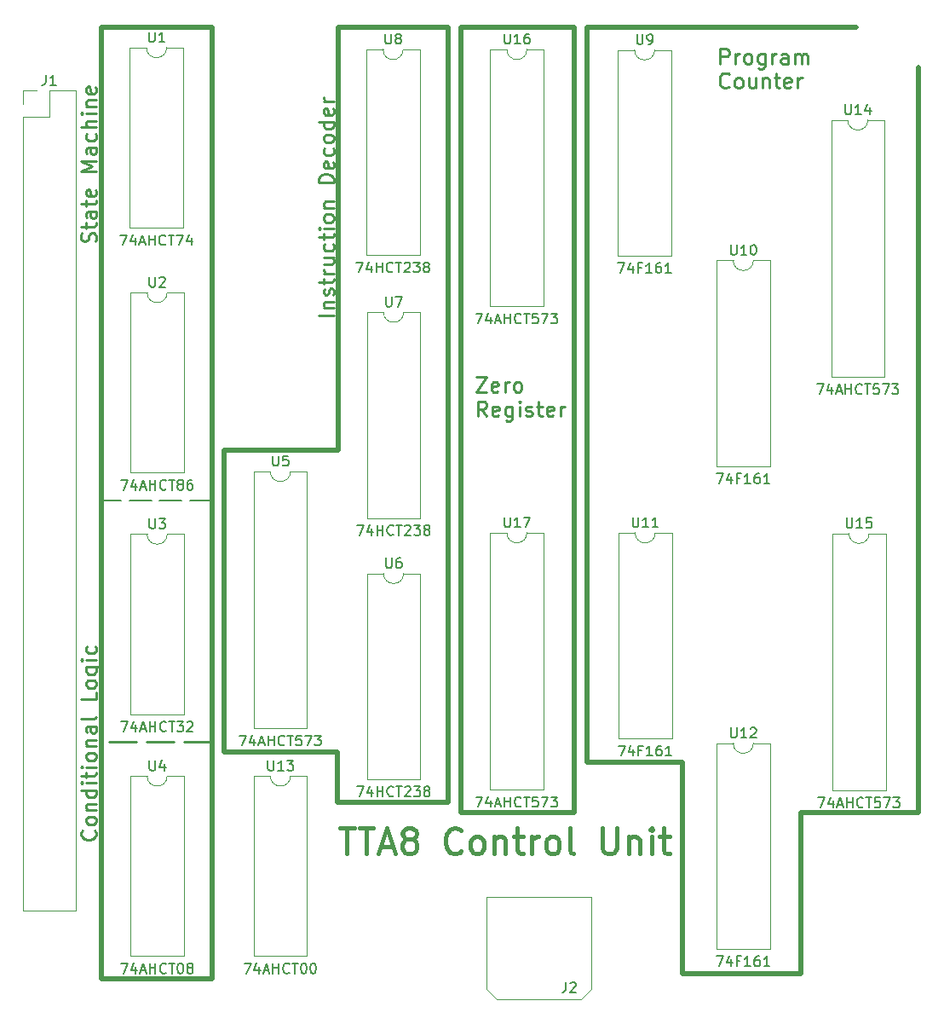
<source format=gbr>
%TF.GenerationSoftware,KiCad,Pcbnew,9.0.0*%
%TF.CreationDate,2025-03-09T01:52:38-05:00*%
%TF.ProjectId,tta8_cu,74746138-5f63-4752-9e6b-696361645f70,0*%
%TF.SameCoordinates,Original*%
%TF.FileFunction,Legend,Top*%
%TF.FilePolarity,Positive*%
%FSLAX46Y46*%
G04 Gerber Fmt 4.6, Leading zero omitted, Abs format (unit mm)*
G04 Created by KiCad (PCBNEW 9.0.0) date 2025-03-09 01:52:38*
%MOMM*%
%LPD*%
G01*
G04 APERTURE LIST*
%ADD10C,0.500000*%
%ADD11C,0.250000*%
%ADD12C,0.200000*%
%ADD13C,0.400000*%
%ADD14C,0.150000*%
%ADD15C,0.120000*%
G04 APERTURE END LIST*
D10*
X121750000Y-123000000D02*
X121750000Y-144000000D01*
X87600000Y-50000000D02*
X98500000Y-50000000D01*
X111000000Y-128000000D02*
X111000000Y-50000000D01*
D11*
X75000000Y-121000000D02*
X72250000Y-121000000D01*
X71250000Y-121000000D02*
X68500000Y-121000000D01*
X67500000Y-121000000D02*
X64750000Y-121000000D01*
D10*
X112250000Y-50000000D02*
X112250000Y-123000000D01*
D12*
X75000000Y-97000000D02*
X72800000Y-97000000D01*
X72000000Y-97000000D02*
X69800000Y-97000000D01*
X69000000Y-97000000D02*
X66800000Y-97000000D01*
X66000000Y-97000000D02*
X64000000Y-97000000D01*
D10*
X98500000Y-127000000D02*
X87500000Y-127000000D01*
X112250000Y-123000000D02*
X121750000Y-123000000D01*
X76250000Y-122000000D02*
X76250000Y-92000000D01*
X99750000Y-50000000D02*
X99750000Y-128000000D01*
X145250000Y-128000000D02*
X145250000Y-54000000D01*
X75000000Y-50000000D02*
X64000000Y-50000000D01*
X75000000Y-144500000D02*
X75000000Y-50000000D01*
X87500000Y-122000000D02*
X76250000Y-122000000D01*
X139000000Y-50000000D02*
X112250000Y-50000000D01*
X121750000Y-144000000D02*
X133500000Y-144000000D01*
X133500000Y-144000000D02*
X133500000Y-128000000D01*
X99750000Y-128000000D02*
X111000000Y-128000000D01*
X76250000Y-92000000D02*
X87600000Y-92000000D01*
X133500000Y-128000000D02*
X145250000Y-128000000D01*
X87600000Y-92000000D02*
X87600000Y-50000000D01*
X87500000Y-127000000D02*
X87500000Y-122000000D01*
X64000000Y-144500000D02*
X75000000Y-144500000D01*
X111000000Y-50000000D02*
X99750000Y-50000000D01*
X64000000Y-50000000D02*
X64000000Y-144500000D01*
X98500000Y-50000000D02*
X98500000Y-127000000D01*
D13*
X87730952Y-129573247D02*
X89159523Y-129573247D01*
X88445237Y-132073247D02*
X88445237Y-129573247D01*
X89635714Y-129573247D02*
X91064285Y-129573247D01*
X90349999Y-132073247D02*
X90349999Y-129573247D01*
X91778571Y-131358961D02*
X92969047Y-131358961D01*
X91540476Y-132073247D02*
X92373809Y-129573247D01*
X92373809Y-129573247D02*
X93207142Y-132073247D01*
X94397618Y-130644676D02*
X94159523Y-130525628D01*
X94159523Y-130525628D02*
X94040476Y-130406580D01*
X94040476Y-130406580D02*
X93921428Y-130168485D01*
X93921428Y-130168485D02*
X93921428Y-130049438D01*
X93921428Y-130049438D02*
X94040476Y-129811342D01*
X94040476Y-129811342D02*
X94159523Y-129692295D01*
X94159523Y-129692295D02*
X94397618Y-129573247D01*
X94397618Y-129573247D02*
X94873809Y-129573247D01*
X94873809Y-129573247D02*
X95111904Y-129692295D01*
X95111904Y-129692295D02*
X95230952Y-129811342D01*
X95230952Y-129811342D02*
X95349999Y-130049438D01*
X95349999Y-130049438D02*
X95349999Y-130168485D01*
X95349999Y-130168485D02*
X95230952Y-130406580D01*
X95230952Y-130406580D02*
X95111904Y-130525628D01*
X95111904Y-130525628D02*
X94873809Y-130644676D01*
X94873809Y-130644676D02*
X94397618Y-130644676D01*
X94397618Y-130644676D02*
X94159523Y-130763723D01*
X94159523Y-130763723D02*
X94040476Y-130882771D01*
X94040476Y-130882771D02*
X93921428Y-131120866D01*
X93921428Y-131120866D02*
X93921428Y-131597057D01*
X93921428Y-131597057D02*
X94040476Y-131835152D01*
X94040476Y-131835152D02*
X94159523Y-131954200D01*
X94159523Y-131954200D02*
X94397618Y-132073247D01*
X94397618Y-132073247D02*
X94873809Y-132073247D01*
X94873809Y-132073247D02*
X95111904Y-131954200D01*
X95111904Y-131954200D02*
X95230952Y-131835152D01*
X95230952Y-131835152D02*
X95349999Y-131597057D01*
X95349999Y-131597057D02*
X95349999Y-131120866D01*
X95349999Y-131120866D02*
X95230952Y-130882771D01*
X95230952Y-130882771D02*
X95111904Y-130763723D01*
X95111904Y-130763723D02*
X94873809Y-130644676D01*
X99754761Y-131835152D02*
X99635713Y-131954200D01*
X99635713Y-131954200D02*
X99278571Y-132073247D01*
X99278571Y-132073247D02*
X99040475Y-132073247D01*
X99040475Y-132073247D02*
X98683332Y-131954200D01*
X98683332Y-131954200D02*
X98445237Y-131716104D01*
X98445237Y-131716104D02*
X98326190Y-131478009D01*
X98326190Y-131478009D02*
X98207142Y-131001819D01*
X98207142Y-131001819D02*
X98207142Y-130644676D01*
X98207142Y-130644676D02*
X98326190Y-130168485D01*
X98326190Y-130168485D02*
X98445237Y-129930390D01*
X98445237Y-129930390D02*
X98683332Y-129692295D01*
X98683332Y-129692295D02*
X99040475Y-129573247D01*
X99040475Y-129573247D02*
X99278571Y-129573247D01*
X99278571Y-129573247D02*
X99635713Y-129692295D01*
X99635713Y-129692295D02*
X99754761Y-129811342D01*
X101183332Y-132073247D02*
X100945237Y-131954200D01*
X100945237Y-131954200D02*
X100826190Y-131835152D01*
X100826190Y-131835152D02*
X100707142Y-131597057D01*
X100707142Y-131597057D02*
X100707142Y-130882771D01*
X100707142Y-130882771D02*
X100826190Y-130644676D01*
X100826190Y-130644676D02*
X100945237Y-130525628D01*
X100945237Y-130525628D02*
X101183332Y-130406580D01*
X101183332Y-130406580D02*
X101540475Y-130406580D01*
X101540475Y-130406580D02*
X101778571Y-130525628D01*
X101778571Y-130525628D02*
X101897618Y-130644676D01*
X101897618Y-130644676D02*
X102016666Y-130882771D01*
X102016666Y-130882771D02*
X102016666Y-131597057D01*
X102016666Y-131597057D02*
X101897618Y-131835152D01*
X101897618Y-131835152D02*
X101778571Y-131954200D01*
X101778571Y-131954200D02*
X101540475Y-132073247D01*
X101540475Y-132073247D02*
X101183332Y-132073247D01*
X103088095Y-130406580D02*
X103088095Y-132073247D01*
X103088095Y-130644676D02*
X103207142Y-130525628D01*
X103207142Y-130525628D02*
X103445237Y-130406580D01*
X103445237Y-130406580D02*
X103802380Y-130406580D01*
X103802380Y-130406580D02*
X104040476Y-130525628D01*
X104040476Y-130525628D02*
X104159523Y-130763723D01*
X104159523Y-130763723D02*
X104159523Y-132073247D01*
X104992857Y-130406580D02*
X105945238Y-130406580D01*
X105350000Y-129573247D02*
X105350000Y-131716104D01*
X105350000Y-131716104D02*
X105469047Y-131954200D01*
X105469047Y-131954200D02*
X105707142Y-132073247D01*
X105707142Y-132073247D02*
X105945238Y-132073247D01*
X106778571Y-132073247D02*
X106778571Y-130406580D01*
X106778571Y-130882771D02*
X106897618Y-130644676D01*
X106897618Y-130644676D02*
X107016666Y-130525628D01*
X107016666Y-130525628D02*
X107254761Y-130406580D01*
X107254761Y-130406580D02*
X107492856Y-130406580D01*
X108683332Y-132073247D02*
X108445237Y-131954200D01*
X108445237Y-131954200D02*
X108326190Y-131835152D01*
X108326190Y-131835152D02*
X108207142Y-131597057D01*
X108207142Y-131597057D02*
X108207142Y-130882771D01*
X108207142Y-130882771D02*
X108326190Y-130644676D01*
X108326190Y-130644676D02*
X108445237Y-130525628D01*
X108445237Y-130525628D02*
X108683332Y-130406580D01*
X108683332Y-130406580D02*
X109040475Y-130406580D01*
X109040475Y-130406580D02*
X109278571Y-130525628D01*
X109278571Y-130525628D02*
X109397618Y-130644676D01*
X109397618Y-130644676D02*
X109516666Y-130882771D01*
X109516666Y-130882771D02*
X109516666Y-131597057D01*
X109516666Y-131597057D02*
X109397618Y-131835152D01*
X109397618Y-131835152D02*
X109278571Y-131954200D01*
X109278571Y-131954200D02*
X109040475Y-132073247D01*
X109040475Y-132073247D02*
X108683332Y-132073247D01*
X110945237Y-132073247D02*
X110707142Y-131954200D01*
X110707142Y-131954200D02*
X110588095Y-131716104D01*
X110588095Y-131716104D02*
X110588095Y-129573247D01*
X113802381Y-129573247D02*
X113802381Y-131597057D01*
X113802381Y-131597057D02*
X113921428Y-131835152D01*
X113921428Y-131835152D02*
X114040476Y-131954200D01*
X114040476Y-131954200D02*
X114278571Y-132073247D01*
X114278571Y-132073247D02*
X114754762Y-132073247D01*
X114754762Y-132073247D02*
X114992857Y-131954200D01*
X114992857Y-131954200D02*
X115111904Y-131835152D01*
X115111904Y-131835152D02*
X115230952Y-131597057D01*
X115230952Y-131597057D02*
X115230952Y-129573247D01*
X116421429Y-130406580D02*
X116421429Y-132073247D01*
X116421429Y-130644676D02*
X116540476Y-130525628D01*
X116540476Y-130525628D02*
X116778571Y-130406580D01*
X116778571Y-130406580D02*
X117135714Y-130406580D01*
X117135714Y-130406580D02*
X117373810Y-130525628D01*
X117373810Y-130525628D02*
X117492857Y-130763723D01*
X117492857Y-130763723D02*
X117492857Y-132073247D01*
X118683334Y-132073247D02*
X118683334Y-130406580D01*
X118683334Y-129573247D02*
X118564286Y-129692295D01*
X118564286Y-129692295D02*
X118683334Y-129811342D01*
X118683334Y-129811342D02*
X118802381Y-129692295D01*
X118802381Y-129692295D02*
X118683334Y-129573247D01*
X118683334Y-129573247D02*
X118683334Y-129811342D01*
X119516667Y-130406580D02*
X120469048Y-130406580D01*
X119873810Y-129573247D02*
X119873810Y-131716104D01*
X119873810Y-131716104D02*
X119992857Y-131954200D01*
X119992857Y-131954200D02*
X120230952Y-132073247D01*
X120230952Y-132073247D02*
X120469048Y-132073247D01*
D11*
X101278758Y-84758428D02*
X102278758Y-84758428D01*
X102278758Y-84758428D02*
X101278758Y-86258428D01*
X101278758Y-86258428D02*
X102278758Y-86258428D01*
X103421615Y-86187000D02*
X103278758Y-86258428D01*
X103278758Y-86258428D02*
X102993044Y-86258428D01*
X102993044Y-86258428D02*
X102850186Y-86187000D01*
X102850186Y-86187000D02*
X102778758Y-86044142D01*
X102778758Y-86044142D02*
X102778758Y-85472714D01*
X102778758Y-85472714D02*
X102850186Y-85329857D01*
X102850186Y-85329857D02*
X102993044Y-85258428D01*
X102993044Y-85258428D02*
X103278758Y-85258428D01*
X103278758Y-85258428D02*
X103421615Y-85329857D01*
X103421615Y-85329857D02*
X103493044Y-85472714D01*
X103493044Y-85472714D02*
X103493044Y-85615571D01*
X103493044Y-85615571D02*
X102778758Y-85758428D01*
X104135900Y-86258428D02*
X104135900Y-85258428D01*
X104135900Y-85544142D02*
X104207329Y-85401285D01*
X104207329Y-85401285D02*
X104278758Y-85329857D01*
X104278758Y-85329857D02*
X104421615Y-85258428D01*
X104421615Y-85258428D02*
X104564472Y-85258428D01*
X105278757Y-86258428D02*
X105135900Y-86187000D01*
X105135900Y-86187000D02*
X105064471Y-86115571D01*
X105064471Y-86115571D02*
X104993043Y-85972714D01*
X104993043Y-85972714D02*
X104993043Y-85544142D01*
X104993043Y-85544142D02*
X105064471Y-85401285D01*
X105064471Y-85401285D02*
X105135900Y-85329857D01*
X105135900Y-85329857D02*
X105278757Y-85258428D01*
X105278757Y-85258428D02*
X105493043Y-85258428D01*
X105493043Y-85258428D02*
X105635900Y-85329857D01*
X105635900Y-85329857D02*
X105707329Y-85401285D01*
X105707329Y-85401285D02*
X105778757Y-85544142D01*
X105778757Y-85544142D02*
X105778757Y-85972714D01*
X105778757Y-85972714D02*
X105707329Y-86115571D01*
X105707329Y-86115571D02*
X105635900Y-86187000D01*
X105635900Y-86187000D02*
X105493043Y-86258428D01*
X105493043Y-86258428D02*
X105278757Y-86258428D01*
X102278758Y-88673344D02*
X101778758Y-87959058D01*
X101421615Y-88673344D02*
X101421615Y-87173344D01*
X101421615Y-87173344D02*
X101993044Y-87173344D01*
X101993044Y-87173344D02*
X102135901Y-87244773D01*
X102135901Y-87244773D02*
X102207330Y-87316201D01*
X102207330Y-87316201D02*
X102278758Y-87459058D01*
X102278758Y-87459058D02*
X102278758Y-87673344D01*
X102278758Y-87673344D02*
X102207330Y-87816201D01*
X102207330Y-87816201D02*
X102135901Y-87887630D01*
X102135901Y-87887630D02*
X101993044Y-87959058D01*
X101993044Y-87959058D02*
X101421615Y-87959058D01*
X103493044Y-88601916D02*
X103350187Y-88673344D01*
X103350187Y-88673344D02*
X103064473Y-88673344D01*
X103064473Y-88673344D02*
X102921615Y-88601916D01*
X102921615Y-88601916D02*
X102850187Y-88459058D01*
X102850187Y-88459058D02*
X102850187Y-87887630D01*
X102850187Y-87887630D02*
X102921615Y-87744773D01*
X102921615Y-87744773D02*
X103064473Y-87673344D01*
X103064473Y-87673344D02*
X103350187Y-87673344D01*
X103350187Y-87673344D02*
X103493044Y-87744773D01*
X103493044Y-87744773D02*
X103564473Y-87887630D01*
X103564473Y-87887630D02*
X103564473Y-88030487D01*
X103564473Y-88030487D02*
X102850187Y-88173344D01*
X104850187Y-87673344D02*
X104850187Y-88887630D01*
X104850187Y-88887630D02*
X104778758Y-89030487D01*
X104778758Y-89030487D02*
X104707329Y-89101916D01*
X104707329Y-89101916D02*
X104564472Y-89173344D01*
X104564472Y-89173344D02*
X104350187Y-89173344D01*
X104350187Y-89173344D02*
X104207329Y-89101916D01*
X104850187Y-88601916D02*
X104707329Y-88673344D01*
X104707329Y-88673344D02*
X104421615Y-88673344D01*
X104421615Y-88673344D02*
X104278758Y-88601916D01*
X104278758Y-88601916D02*
X104207329Y-88530487D01*
X104207329Y-88530487D02*
X104135901Y-88387630D01*
X104135901Y-88387630D02*
X104135901Y-87959058D01*
X104135901Y-87959058D02*
X104207329Y-87816201D01*
X104207329Y-87816201D02*
X104278758Y-87744773D01*
X104278758Y-87744773D02*
X104421615Y-87673344D01*
X104421615Y-87673344D02*
X104707329Y-87673344D01*
X104707329Y-87673344D02*
X104850187Y-87744773D01*
X105564472Y-88673344D02*
X105564472Y-87673344D01*
X105564472Y-87173344D02*
X105493044Y-87244773D01*
X105493044Y-87244773D02*
X105564472Y-87316201D01*
X105564472Y-87316201D02*
X105635901Y-87244773D01*
X105635901Y-87244773D02*
X105564472Y-87173344D01*
X105564472Y-87173344D02*
X105564472Y-87316201D01*
X106207330Y-88601916D02*
X106350187Y-88673344D01*
X106350187Y-88673344D02*
X106635901Y-88673344D01*
X106635901Y-88673344D02*
X106778758Y-88601916D01*
X106778758Y-88601916D02*
X106850187Y-88459058D01*
X106850187Y-88459058D02*
X106850187Y-88387630D01*
X106850187Y-88387630D02*
X106778758Y-88244773D01*
X106778758Y-88244773D02*
X106635901Y-88173344D01*
X106635901Y-88173344D02*
X106421616Y-88173344D01*
X106421616Y-88173344D02*
X106278758Y-88101916D01*
X106278758Y-88101916D02*
X106207330Y-87959058D01*
X106207330Y-87959058D02*
X106207330Y-87887630D01*
X106207330Y-87887630D02*
X106278758Y-87744773D01*
X106278758Y-87744773D02*
X106421616Y-87673344D01*
X106421616Y-87673344D02*
X106635901Y-87673344D01*
X106635901Y-87673344D02*
X106778758Y-87744773D01*
X107278759Y-87673344D02*
X107850187Y-87673344D01*
X107493044Y-87173344D02*
X107493044Y-88459058D01*
X107493044Y-88459058D02*
X107564473Y-88601916D01*
X107564473Y-88601916D02*
X107707330Y-88673344D01*
X107707330Y-88673344D02*
X107850187Y-88673344D01*
X108921616Y-88601916D02*
X108778759Y-88673344D01*
X108778759Y-88673344D02*
X108493045Y-88673344D01*
X108493045Y-88673344D02*
X108350187Y-88601916D01*
X108350187Y-88601916D02*
X108278759Y-88459058D01*
X108278759Y-88459058D02*
X108278759Y-87887630D01*
X108278759Y-87887630D02*
X108350187Y-87744773D01*
X108350187Y-87744773D02*
X108493045Y-87673344D01*
X108493045Y-87673344D02*
X108778759Y-87673344D01*
X108778759Y-87673344D02*
X108921616Y-87744773D01*
X108921616Y-87744773D02*
X108993045Y-87887630D01*
X108993045Y-87887630D02*
X108993045Y-88030487D01*
X108993045Y-88030487D02*
X108278759Y-88173344D01*
X109635901Y-88673344D02*
X109635901Y-87673344D01*
X109635901Y-87959058D02*
X109707330Y-87816201D01*
X109707330Y-87816201D02*
X109778759Y-87744773D01*
X109778759Y-87744773D02*
X109921616Y-87673344D01*
X109921616Y-87673344D02*
X110064473Y-87673344D01*
X63432000Y-71314285D02*
X63503428Y-71100000D01*
X63503428Y-71100000D02*
X63503428Y-70742857D01*
X63503428Y-70742857D02*
X63432000Y-70600000D01*
X63432000Y-70600000D02*
X63360571Y-70528571D01*
X63360571Y-70528571D02*
X63217714Y-70457142D01*
X63217714Y-70457142D02*
X63074857Y-70457142D01*
X63074857Y-70457142D02*
X62932000Y-70528571D01*
X62932000Y-70528571D02*
X62860571Y-70600000D01*
X62860571Y-70600000D02*
X62789142Y-70742857D01*
X62789142Y-70742857D02*
X62717714Y-71028571D01*
X62717714Y-71028571D02*
X62646285Y-71171428D01*
X62646285Y-71171428D02*
X62574857Y-71242857D01*
X62574857Y-71242857D02*
X62432000Y-71314285D01*
X62432000Y-71314285D02*
X62289142Y-71314285D01*
X62289142Y-71314285D02*
X62146285Y-71242857D01*
X62146285Y-71242857D02*
X62074857Y-71171428D01*
X62074857Y-71171428D02*
X62003428Y-71028571D01*
X62003428Y-71028571D02*
X62003428Y-70671428D01*
X62003428Y-70671428D02*
X62074857Y-70457142D01*
X62503428Y-70028571D02*
X62503428Y-69457143D01*
X62003428Y-69814286D02*
X63289142Y-69814286D01*
X63289142Y-69814286D02*
X63432000Y-69742857D01*
X63432000Y-69742857D02*
X63503428Y-69600000D01*
X63503428Y-69600000D02*
X63503428Y-69457143D01*
X63503428Y-68314286D02*
X62717714Y-68314286D01*
X62717714Y-68314286D02*
X62574857Y-68385714D01*
X62574857Y-68385714D02*
X62503428Y-68528571D01*
X62503428Y-68528571D02*
X62503428Y-68814286D01*
X62503428Y-68814286D02*
X62574857Y-68957143D01*
X63432000Y-68314286D02*
X63503428Y-68457143D01*
X63503428Y-68457143D02*
X63503428Y-68814286D01*
X63503428Y-68814286D02*
X63432000Y-68957143D01*
X63432000Y-68957143D02*
X63289142Y-69028571D01*
X63289142Y-69028571D02*
X63146285Y-69028571D01*
X63146285Y-69028571D02*
X63003428Y-68957143D01*
X63003428Y-68957143D02*
X62932000Y-68814286D01*
X62932000Y-68814286D02*
X62932000Y-68457143D01*
X62932000Y-68457143D02*
X62860571Y-68314286D01*
X62503428Y-67814285D02*
X62503428Y-67242857D01*
X62003428Y-67600000D02*
X63289142Y-67600000D01*
X63289142Y-67600000D02*
X63432000Y-67528571D01*
X63432000Y-67528571D02*
X63503428Y-67385714D01*
X63503428Y-67385714D02*
X63503428Y-67242857D01*
X63432000Y-66171428D02*
X63503428Y-66314285D01*
X63503428Y-66314285D02*
X63503428Y-66600000D01*
X63503428Y-66600000D02*
X63432000Y-66742857D01*
X63432000Y-66742857D02*
X63289142Y-66814285D01*
X63289142Y-66814285D02*
X62717714Y-66814285D01*
X62717714Y-66814285D02*
X62574857Y-66742857D01*
X62574857Y-66742857D02*
X62503428Y-66600000D01*
X62503428Y-66600000D02*
X62503428Y-66314285D01*
X62503428Y-66314285D02*
X62574857Y-66171428D01*
X62574857Y-66171428D02*
X62717714Y-66100000D01*
X62717714Y-66100000D02*
X62860571Y-66100000D01*
X62860571Y-66100000D02*
X63003428Y-66814285D01*
X63503428Y-64314286D02*
X62003428Y-64314286D01*
X62003428Y-64314286D02*
X63074857Y-63814286D01*
X63074857Y-63814286D02*
X62003428Y-63314286D01*
X62003428Y-63314286D02*
X63503428Y-63314286D01*
X63503428Y-61957143D02*
X62717714Y-61957143D01*
X62717714Y-61957143D02*
X62574857Y-62028571D01*
X62574857Y-62028571D02*
X62503428Y-62171428D01*
X62503428Y-62171428D02*
X62503428Y-62457143D01*
X62503428Y-62457143D02*
X62574857Y-62600000D01*
X63432000Y-61957143D02*
X63503428Y-62100000D01*
X63503428Y-62100000D02*
X63503428Y-62457143D01*
X63503428Y-62457143D02*
X63432000Y-62600000D01*
X63432000Y-62600000D02*
X63289142Y-62671428D01*
X63289142Y-62671428D02*
X63146285Y-62671428D01*
X63146285Y-62671428D02*
X63003428Y-62600000D01*
X63003428Y-62600000D02*
X62932000Y-62457143D01*
X62932000Y-62457143D02*
X62932000Y-62100000D01*
X62932000Y-62100000D02*
X62860571Y-61957143D01*
X63432000Y-60600000D02*
X63503428Y-60742857D01*
X63503428Y-60742857D02*
X63503428Y-61028571D01*
X63503428Y-61028571D02*
X63432000Y-61171428D01*
X63432000Y-61171428D02*
X63360571Y-61242857D01*
X63360571Y-61242857D02*
X63217714Y-61314285D01*
X63217714Y-61314285D02*
X62789142Y-61314285D01*
X62789142Y-61314285D02*
X62646285Y-61242857D01*
X62646285Y-61242857D02*
X62574857Y-61171428D01*
X62574857Y-61171428D02*
X62503428Y-61028571D01*
X62503428Y-61028571D02*
X62503428Y-60742857D01*
X62503428Y-60742857D02*
X62574857Y-60600000D01*
X63503428Y-59957143D02*
X62003428Y-59957143D01*
X63503428Y-59314286D02*
X62717714Y-59314286D01*
X62717714Y-59314286D02*
X62574857Y-59385714D01*
X62574857Y-59385714D02*
X62503428Y-59528571D01*
X62503428Y-59528571D02*
X62503428Y-59742857D01*
X62503428Y-59742857D02*
X62574857Y-59885714D01*
X62574857Y-59885714D02*
X62646285Y-59957143D01*
X63503428Y-58600000D02*
X62503428Y-58600000D01*
X62003428Y-58600000D02*
X62074857Y-58671428D01*
X62074857Y-58671428D02*
X62146285Y-58600000D01*
X62146285Y-58600000D02*
X62074857Y-58528571D01*
X62074857Y-58528571D02*
X62003428Y-58600000D01*
X62003428Y-58600000D02*
X62146285Y-58600000D01*
X62503428Y-57885714D02*
X63503428Y-57885714D01*
X62646285Y-57885714D02*
X62574857Y-57814285D01*
X62574857Y-57814285D02*
X62503428Y-57671428D01*
X62503428Y-57671428D02*
X62503428Y-57457142D01*
X62503428Y-57457142D02*
X62574857Y-57314285D01*
X62574857Y-57314285D02*
X62717714Y-57242857D01*
X62717714Y-57242857D02*
X63503428Y-57242857D01*
X63432000Y-55957142D02*
X63503428Y-56099999D01*
X63503428Y-56099999D02*
X63503428Y-56385714D01*
X63503428Y-56385714D02*
X63432000Y-56528571D01*
X63432000Y-56528571D02*
X63289142Y-56599999D01*
X63289142Y-56599999D02*
X62717714Y-56599999D01*
X62717714Y-56599999D02*
X62574857Y-56528571D01*
X62574857Y-56528571D02*
X62503428Y-56385714D01*
X62503428Y-56385714D02*
X62503428Y-56099999D01*
X62503428Y-56099999D02*
X62574857Y-55957142D01*
X62574857Y-55957142D02*
X62717714Y-55885714D01*
X62717714Y-55885714D02*
X62860571Y-55885714D01*
X62860571Y-55885714D02*
X63003428Y-56599999D01*
X87103428Y-78614285D02*
X85603428Y-78614285D01*
X86103428Y-77899999D02*
X87103428Y-77899999D01*
X86246285Y-77899999D02*
X86174857Y-77828570D01*
X86174857Y-77828570D02*
X86103428Y-77685713D01*
X86103428Y-77685713D02*
X86103428Y-77471427D01*
X86103428Y-77471427D02*
X86174857Y-77328570D01*
X86174857Y-77328570D02*
X86317714Y-77257142D01*
X86317714Y-77257142D02*
X87103428Y-77257142D01*
X87032000Y-76614284D02*
X87103428Y-76471427D01*
X87103428Y-76471427D02*
X87103428Y-76185713D01*
X87103428Y-76185713D02*
X87032000Y-76042856D01*
X87032000Y-76042856D02*
X86889142Y-75971427D01*
X86889142Y-75971427D02*
X86817714Y-75971427D01*
X86817714Y-75971427D02*
X86674857Y-76042856D01*
X86674857Y-76042856D02*
X86603428Y-76185713D01*
X86603428Y-76185713D02*
X86603428Y-76399999D01*
X86603428Y-76399999D02*
X86532000Y-76542856D01*
X86532000Y-76542856D02*
X86389142Y-76614284D01*
X86389142Y-76614284D02*
X86317714Y-76614284D01*
X86317714Y-76614284D02*
X86174857Y-76542856D01*
X86174857Y-76542856D02*
X86103428Y-76399999D01*
X86103428Y-76399999D02*
X86103428Y-76185713D01*
X86103428Y-76185713D02*
X86174857Y-76042856D01*
X86103428Y-75542855D02*
X86103428Y-74971427D01*
X85603428Y-75328570D02*
X86889142Y-75328570D01*
X86889142Y-75328570D02*
X87032000Y-75257141D01*
X87032000Y-75257141D02*
X87103428Y-75114284D01*
X87103428Y-75114284D02*
X87103428Y-74971427D01*
X87103428Y-74471427D02*
X86103428Y-74471427D01*
X86389142Y-74471427D02*
X86246285Y-74399998D01*
X86246285Y-74399998D02*
X86174857Y-74328570D01*
X86174857Y-74328570D02*
X86103428Y-74185712D01*
X86103428Y-74185712D02*
X86103428Y-74042855D01*
X86103428Y-72899999D02*
X87103428Y-72899999D01*
X86103428Y-73542856D02*
X86889142Y-73542856D01*
X86889142Y-73542856D02*
X87032000Y-73471427D01*
X87032000Y-73471427D02*
X87103428Y-73328570D01*
X87103428Y-73328570D02*
X87103428Y-73114284D01*
X87103428Y-73114284D02*
X87032000Y-72971427D01*
X87032000Y-72971427D02*
X86960571Y-72899999D01*
X87032000Y-71542856D02*
X87103428Y-71685713D01*
X87103428Y-71685713D02*
X87103428Y-71971427D01*
X87103428Y-71971427D02*
X87032000Y-72114284D01*
X87032000Y-72114284D02*
X86960571Y-72185713D01*
X86960571Y-72185713D02*
X86817714Y-72257141D01*
X86817714Y-72257141D02*
X86389142Y-72257141D01*
X86389142Y-72257141D02*
X86246285Y-72185713D01*
X86246285Y-72185713D02*
X86174857Y-72114284D01*
X86174857Y-72114284D02*
X86103428Y-71971427D01*
X86103428Y-71971427D02*
X86103428Y-71685713D01*
X86103428Y-71685713D02*
X86174857Y-71542856D01*
X86103428Y-71114284D02*
X86103428Y-70542856D01*
X85603428Y-70899999D02*
X86889142Y-70899999D01*
X86889142Y-70899999D02*
X87032000Y-70828570D01*
X87032000Y-70828570D02*
X87103428Y-70685713D01*
X87103428Y-70685713D02*
X87103428Y-70542856D01*
X87103428Y-70042856D02*
X86103428Y-70042856D01*
X85603428Y-70042856D02*
X85674857Y-70114284D01*
X85674857Y-70114284D02*
X85746285Y-70042856D01*
X85746285Y-70042856D02*
X85674857Y-69971427D01*
X85674857Y-69971427D02*
X85603428Y-70042856D01*
X85603428Y-70042856D02*
X85746285Y-70042856D01*
X87103428Y-69114284D02*
X87032000Y-69257141D01*
X87032000Y-69257141D02*
X86960571Y-69328570D01*
X86960571Y-69328570D02*
X86817714Y-69399998D01*
X86817714Y-69399998D02*
X86389142Y-69399998D01*
X86389142Y-69399998D02*
X86246285Y-69328570D01*
X86246285Y-69328570D02*
X86174857Y-69257141D01*
X86174857Y-69257141D02*
X86103428Y-69114284D01*
X86103428Y-69114284D02*
X86103428Y-68899998D01*
X86103428Y-68899998D02*
X86174857Y-68757141D01*
X86174857Y-68757141D02*
X86246285Y-68685713D01*
X86246285Y-68685713D02*
X86389142Y-68614284D01*
X86389142Y-68614284D02*
X86817714Y-68614284D01*
X86817714Y-68614284D02*
X86960571Y-68685713D01*
X86960571Y-68685713D02*
X87032000Y-68757141D01*
X87032000Y-68757141D02*
X87103428Y-68899998D01*
X87103428Y-68899998D02*
X87103428Y-69114284D01*
X86103428Y-67971427D02*
X87103428Y-67971427D01*
X86246285Y-67971427D02*
X86174857Y-67899998D01*
X86174857Y-67899998D02*
X86103428Y-67757141D01*
X86103428Y-67757141D02*
X86103428Y-67542855D01*
X86103428Y-67542855D02*
X86174857Y-67399998D01*
X86174857Y-67399998D02*
X86317714Y-67328570D01*
X86317714Y-67328570D02*
X87103428Y-67328570D01*
X87103428Y-65471427D02*
X85603428Y-65471427D01*
X85603428Y-65471427D02*
X85603428Y-65114284D01*
X85603428Y-65114284D02*
X85674857Y-64899998D01*
X85674857Y-64899998D02*
X85817714Y-64757141D01*
X85817714Y-64757141D02*
X85960571Y-64685712D01*
X85960571Y-64685712D02*
X86246285Y-64614284D01*
X86246285Y-64614284D02*
X86460571Y-64614284D01*
X86460571Y-64614284D02*
X86746285Y-64685712D01*
X86746285Y-64685712D02*
X86889142Y-64757141D01*
X86889142Y-64757141D02*
X87032000Y-64899998D01*
X87032000Y-64899998D02*
X87103428Y-65114284D01*
X87103428Y-65114284D02*
X87103428Y-65471427D01*
X87032000Y-63399998D02*
X87103428Y-63542855D01*
X87103428Y-63542855D02*
X87103428Y-63828570D01*
X87103428Y-63828570D02*
X87032000Y-63971427D01*
X87032000Y-63971427D02*
X86889142Y-64042855D01*
X86889142Y-64042855D02*
X86317714Y-64042855D01*
X86317714Y-64042855D02*
X86174857Y-63971427D01*
X86174857Y-63971427D02*
X86103428Y-63828570D01*
X86103428Y-63828570D02*
X86103428Y-63542855D01*
X86103428Y-63542855D02*
X86174857Y-63399998D01*
X86174857Y-63399998D02*
X86317714Y-63328570D01*
X86317714Y-63328570D02*
X86460571Y-63328570D01*
X86460571Y-63328570D02*
X86603428Y-64042855D01*
X87032000Y-62042856D02*
X87103428Y-62185713D01*
X87103428Y-62185713D02*
X87103428Y-62471427D01*
X87103428Y-62471427D02*
X87032000Y-62614284D01*
X87032000Y-62614284D02*
X86960571Y-62685713D01*
X86960571Y-62685713D02*
X86817714Y-62757141D01*
X86817714Y-62757141D02*
X86389142Y-62757141D01*
X86389142Y-62757141D02*
X86246285Y-62685713D01*
X86246285Y-62685713D02*
X86174857Y-62614284D01*
X86174857Y-62614284D02*
X86103428Y-62471427D01*
X86103428Y-62471427D02*
X86103428Y-62185713D01*
X86103428Y-62185713D02*
X86174857Y-62042856D01*
X87103428Y-61185713D02*
X87032000Y-61328570D01*
X87032000Y-61328570D02*
X86960571Y-61399999D01*
X86960571Y-61399999D02*
X86817714Y-61471427D01*
X86817714Y-61471427D02*
X86389142Y-61471427D01*
X86389142Y-61471427D02*
X86246285Y-61399999D01*
X86246285Y-61399999D02*
X86174857Y-61328570D01*
X86174857Y-61328570D02*
X86103428Y-61185713D01*
X86103428Y-61185713D02*
X86103428Y-60971427D01*
X86103428Y-60971427D02*
X86174857Y-60828570D01*
X86174857Y-60828570D02*
X86246285Y-60757142D01*
X86246285Y-60757142D02*
X86389142Y-60685713D01*
X86389142Y-60685713D02*
X86817714Y-60685713D01*
X86817714Y-60685713D02*
X86960571Y-60757142D01*
X86960571Y-60757142D02*
X87032000Y-60828570D01*
X87032000Y-60828570D02*
X87103428Y-60971427D01*
X87103428Y-60971427D02*
X87103428Y-61185713D01*
X87103428Y-59399999D02*
X85603428Y-59399999D01*
X87032000Y-59399999D02*
X87103428Y-59542856D01*
X87103428Y-59542856D02*
X87103428Y-59828570D01*
X87103428Y-59828570D02*
X87032000Y-59971427D01*
X87032000Y-59971427D02*
X86960571Y-60042856D01*
X86960571Y-60042856D02*
X86817714Y-60114284D01*
X86817714Y-60114284D02*
X86389142Y-60114284D01*
X86389142Y-60114284D02*
X86246285Y-60042856D01*
X86246285Y-60042856D02*
X86174857Y-59971427D01*
X86174857Y-59971427D02*
X86103428Y-59828570D01*
X86103428Y-59828570D02*
X86103428Y-59542856D01*
X86103428Y-59542856D02*
X86174857Y-59399999D01*
X87032000Y-58114284D02*
X87103428Y-58257141D01*
X87103428Y-58257141D02*
X87103428Y-58542856D01*
X87103428Y-58542856D02*
X87032000Y-58685713D01*
X87032000Y-58685713D02*
X86889142Y-58757141D01*
X86889142Y-58757141D02*
X86317714Y-58757141D01*
X86317714Y-58757141D02*
X86174857Y-58685713D01*
X86174857Y-58685713D02*
X86103428Y-58542856D01*
X86103428Y-58542856D02*
X86103428Y-58257141D01*
X86103428Y-58257141D02*
X86174857Y-58114284D01*
X86174857Y-58114284D02*
X86317714Y-58042856D01*
X86317714Y-58042856D02*
X86460571Y-58042856D01*
X86460571Y-58042856D02*
X86603428Y-58757141D01*
X87103428Y-57399999D02*
X86103428Y-57399999D01*
X86389142Y-57399999D02*
X86246285Y-57328570D01*
X86246285Y-57328570D02*
X86174857Y-57257142D01*
X86174857Y-57257142D02*
X86103428Y-57114284D01*
X86103428Y-57114284D02*
X86103428Y-56971427D01*
X63360571Y-129778572D02*
X63432000Y-129850000D01*
X63432000Y-129850000D02*
X63503428Y-130064286D01*
X63503428Y-130064286D02*
X63503428Y-130207143D01*
X63503428Y-130207143D02*
X63432000Y-130421429D01*
X63432000Y-130421429D02*
X63289142Y-130564286D01*
X63289142Y-130564286D02*
X63146285Y-130635715D01*
X63146285Y-130635715D02*
X62860571Y-130707143D01*
X62860571Y-130707143D02*
X62646285Y-130707143D01*
X62646285Y-130707143D02*
X62360571Y-130635715D01*
X62360571Y-130635715D02*
X62217714Y-130564286D01*
X62217714Y-130564286D02*
X62074857Y-130421429D01*
X62074857Y-130421429D02*
X62003428Y-130207143D01*
X62003428Y-130207143D02*
X62003428Y-130064286D01*
X62003428Y-130064286D02*
X62074857Y-129850000D01*
X62074857Y-129850000D02*
X62146285Y-129778572D01*
X63503428Y-128921429D02*
X63432000Y-129064286D01*
X63432000Y-129064286D02*
X63360571Y-129135715D01*
X63360571Y-129135715D02*
X63217714Y-129207143D01*
X63217714Y-129207143D02*
X62789142Y-129207143D01*
X62789142Y-129207143D02*
X62646285Y-129135715D01*
X62646285Y-129135715D02*
X62574857Y-129064286D01*
X62574857Y-129064286D02*
X62503428Y-128921429D01*
X62503428Y-128921429D02*
X62503428Y-128707143D01*
X62503428Y-128707143D02*
X62574857Y-128564286D01*
X62574857Y-128564286D02*
X62646285Y-128492858D01*
X62646285Y-128492858D02*
X62789142Y-128421429D01*
X62789142Y-128421429D02*
X63217714Y-128421429D01*
X63217714Y-128421429D02*
X63360571Y-128492858D01*
X63360571Y-128492858D02*
X63432000Y-128564286D01*
X63432000Y-128564286D02*
X63503428Y-128707143D01*
X63503428Y-128707143D02*
X63503428Y-128921429D01*
X62503428Y-127778572D02*
X63503428Y-127778572D01*
X62646285Y-127778572D02*
X62574857Y-127707143D01*
X62574857Y-127707143D02*
X62503428Y-127564286D01*
X62503428Y-127564286D02*
X62503428Y-127350000D01*
X62503428Y-127350000D02*
X62574857Y-127207143D01*
X62574857Y-127207143D02*
X62717714Y-127135715D01*
X62717714Y-127135715D02*
X63503428Y-127135715D01*
X63503428Y-125778572D02*
X62003428Y-125778572D01*
X63432000Y-125778572D02*
X63503428Y-125921429D01*
X63503428Y-125921429D02*
X63503428Y-126207143D01*
X63503428Y-126207143D02*
X63432000Y-126350000D01*
X63432000Y-126350000D02*
X63360571Y-126421429D01*
X63360571Y-126421429D02*
X63217714Y-126492857D01*
X63217714Y-126492857D02*
X62789142Y-126492857D01*
X62789142Y-126492857D02*
X62646285Y-126421429D01*
X62646285Y-126421429D02*
X62574857Y-126350000D01*
X62574857Y-126350000D02*
X62503428Y-126207143D01*
X62503428Y-126207143D02*
X62503428Y-125921429D01*
X62503428Y-125921429D02*
X62574857Y-125778572D01*
X63503428Y-125064286D02*
X62503428Y-125064286D01*
X62003428Y-125064286D02*
X62074857Y-125135714D01*
X62074857Y-125135714D02*
X62146285Y-125064286D01*
X62146285Y-125064286D02*
X62074857Y-124992857D01*
X62074857Y-124992857D02*
X62003428Y-125064286D01*
X62003428Y-125064286D02*
X62146285Y-125064286D01*
X62503428Y-124564285D02*
X62503428Y-123992857D01*
X62003428Y-124350000D02*
X63289142Y-124350000D01*
X63289142Y-124350000D02*
X63432000Y-124278571D01*
X63432000Y-124278571D02*
X63503428Y-124135714D01*
X63503428Y-124135714D02*
X63503428Y-123992857D01*
X63503428Y-123492857D02*
X62503428Y-123492857D01*
X62003428Y-123492857D02*
X62074857Y-123564285D01*
X62074857Y-123564285D02*
X62146285Y-123492857D01*
X62146285Y-123492857D02*
X62074857Y-123421428D01*
X62074857Y-123421428D02*
X62003428Y-123492857D01*
X62003428Y-123492857D02*
X62146285Y-123492857D01*
X63503428Y-122564285D02*
X63432000Y-122707142D01*
X63432000Y-122707142D02*
X63360571Y-122778571D01*
X63360571Y-122778571D02*
X63217714Y-122849999D01*
X63217714Y-122849999D02*
X62789142Y-122849999D01*
X62789142Y-122849999D02*
X62646285Y-122778571D01*
X62646285Y-122778571D02*
X62574857Y-122707142D01*
X62574857Y-122707142D02*
X62503428Y-122564285D01*
X62503428Y-122564285D02*
X62503428Y-122349999D01*
X62503428Y-122349999D02*
X62574857Y-122207142D01*
X62574857Y-122207142D02*
X62646285Y-122135714D01*
X62646285Y-122135714D02*
X62789142Y-122064285D01*
X62789142Y-122064285D02*
X63217714Y-122064285D01*
X63217714Y-122064285D02*
X63360571Y-122135714D01*
X63360571Y-122135714D02*
X63432000Y-122207142D01*
X63432000Y-122207142D02*
X63503428Y-122349999D01*
X63503428Y-122349999D02*
X63503428Y-122564285D01*
X62503428Y-121421428D02*
X63503428Y-121421428D01*
X62646285Y-121421428D02*
X62574857Y-121349999D01*
X62574857Y-121349999D02*
X62503428Y-121207142D01*
X62503428Y-121207142D02*
X62503428Y-120992856D01*
X62503428Y-120992856D02*
X62574857Y-120849999D01*
X62574857Y-120849999D02*
X62717714Y-120778571D01*
X62717714Y-120778571D02*
X63503428Y-120778571D01*
X63503428Y-119421428D02*
X62717714Y-119421428D01*
X62717714Y-119421428D02*
X62574857Y-119492856D01*
X62574857Y-119492856D02*
X62503428Y-119635713D01*
X62503428Y-119635713D02*
X62503428Y-119921428D01*
X62503428Y-119921428D02*
X62574857Y-120064285D01*
X63432000Y-119421428D02*
X63503428Y-119564285D01*
X63503428Y-119564285D02*
X63503428Y-119921428D01*
X63503428Y-119921428D02*
X63432000Y-120064285D01*
X63432000Y-120064285D02*
X63289142Y-120135713D01*
X63289142Y-120135713D02*
X63146285Y-120135713D01*
X63146285Y-120135713D02*
X63003428Y-120064285D01*
X63003428Y-120064285D02*
X62932000Y-119921428D01*
X62932000Y-119921428D02*
X62932000Y-119564285D01*
X62932000Y-119564285D02*
X62860571Y-119421428D01*
X63503428Y-118492856D02*
X63432000Y-118635713D01*
X63432000Y-118635713D02*
X63289142Y-118707142D01*
X63289142Y-118707142D02*
X62003428Y-118707142D01*
X63503428Y-116064285D02*
X63503428Y-116778571D01*
X63503428Y-116778571D02*
X62003428Y-116778571D01*
X63503428Y-115349999D02*
X63432000Y-115492856D01*
X63432000Y-115492856D02*
X63360571Y-115564285D01*
X63360571Y-115564285D02*
X63217714Y-115635713D01*
X63217714Y-115635713D02*
X62789142Y-115635713D01*
X62789142Y-115635713D02*
X62646285Y-115564285D01*
X62646285Y-115564285D02*
X62574857Y-115492856D01*
X62574857Y-115492856D02*
X62503428Y-115349999D01*
X62503428Y-115349999D02*
X62503428Y-115135713D01*
X62503428Y-115135713D02*
X62574857Y-114992856D01*
X62574857Y-114992856D02*
X62646285Y-114921428D01*
X62646285Y-114921428D02*
X62789142Y-114849999D01*
X62789142Y-114849999D02*
X63217714Y-114849999D01*
X63217714Y-114849999D02*
X63360571Y-114921428D01*
X63360571Y-114921428D02*
X63432000Y-114992856D01*
X63432000Y-114992856D02*
X63503428Y-115135713D01*
X63503428Y-115135713D02*
X63503428Y-115349999D01*
X62503428Y-113564285D02*
X63717714Y-113564285D01*
X63717714Y-113564285D02*
X63860571Y-113635713D01*
X63860571Y-113635713D02*
X63932000Y-113707142D01*
X63932000Y-113707142D02*
X64003428Y-113849999D01*
X64003428Y-113849999D02*
X64003428Y-114064285D01*
X64003428Y-114064285D02*
X63932000Y-114207142D01*
X63432000Y-113564285D02*
X63503428Y-113707142D01*
X63503428Y-113707142D02*
X63503428Y-113992856D01*
X63503428Y-113992856D02*
X63432000Y-114135713D01*
X63432000Y-114135713D02*
X63360571Y-114207142D01*
X63360571Y-114207142D02*
X63217714Y-114278570D01*
X63217714Y-114278570D02*
X62789142Y-114278570D01*
X62789142Y-114278570D02*
X62646285Y-114207142D01*
X62646285Y-114207142D02*
X62574857Y-114135713D01*
X62574857Y-114135713D02*
X62503428Y-113992856D01*
X62503428Y-113992856D02*
X62503428Y-113707142D01*
X62503428Y-113707142D02*
X62574857Y-113564285D01*
X63503428Y-112849999D02*
X62503428Y-112849999D01*
X62003428Y-112849999D02*
X62074857Y-112921427D01*
X62074857Y-112921427D02*
X62146285Y-112849999D01*
X62146285Y-112849999D02*
X62074857Y-112778570D01*
X62074857Y-112778570D02*
X62003428Y-112849999D01*
X62003428Y-112849999D02*
X62146285Y-112849999D01*
X63432000Y-111492856D02*
X63503428Y-111635713D01*
X63503428Y-111635713D02*
X63503428Y-111921427D01*
X63503428Y-111921427D02*
X63432000Y-112064284D01*
X63432000Y-112064284D02*
X63360571Y-112135713D01*
X63360571Y-112135713D02*
X63217714Y-112207141D01*
X63217714Y-112207141D02*
X62789142Y-112207141D01*
X62789142Y-112207141D02*
X62646285Y-112135713D01*
X62646285Y-112135713D02*
X62574857Y-112064284D01*
X62574857Y-112064284D02*
X62503428Y-111921427D01*
X62503428Y-111921427D02*
X62503428Y-111635713D01*
X62503428Y-111635713D02*
X62574857Y-111492856D01*
X125521615Y-53658428D02*
X125521615Y-52158428D01*
X125521615Y-52158428D02*
X126093044Y-52158428D01*
X126093044Y-52158428D02*
X126235901Y-52229857D01*
X126235901Y-52229857D02*
X126307330Y-52301285D01*
X126307330Y-52301285D02*
X126378758Y-52444142D01*
X126378758Y-52444142D02*
X126378758Y-52658428D01*
X126378758Y-52658428D02*
X126307330Y-52801285D01*
X126307330Y-52801285D02*
X126235901Y-52872714D01*
X126235901Y-52872714D02*
X126093044Y-52944142D01*
X126093044Y-52944142D02*
X125521615Y-52944142D01*
X127021615Y-53658428D02*
X127021615Y-52658428D01*
X127021615Y-52944142D02*
X127093044Y-52801285D01*
X127093044Y-52801285D02*
X127164473Y-52729857D01*
X127164473Y-52729857D02*
X127307330Y-52658428D01*
X127307330Y-52658428D02*
X127450187Y-52658428D01*
X128164472Y-53658428D02*
X128021615Y-53587000D01*
X128021615Y-53587000D02*
X127950186Y-53515571D01*
X127950186Y-53515571D02*
X127878758Y-53372714D01*
X127878758Y-53372714D02*
X127878758Y-52944142D01*
X127878758Y-52944142D02*
X127950186Y-52801285D01*
X127950186Y-52801285D02*
X128021615Y-52729857D01*
X128021615Y-52729857D02*
X128164472Y-52658428D01*
X128164472Y-52658428D02*
X128378758Y-52658428D01*
X128378758Y-52658428D02*
X128521615Y-52729857D01*
X128521615Y-52729857D02*
X128593044Y-52801285D01*
X128593044Y-52801285D02*
X128664472Y-52944142D01*
X128664472Y-52944142D02*
X128664472Y-53372714D01*
X128664472Y-53372714D02*
X128593044Y-53515571D01*
X128593044Y-53515571D02*
X128521615Y-53587000D01*
X128521615Y-53587000D02*
X128378758Y-53658428D01*
X128378758Y-53658428D02*
X128164472Y-53658428D01*
X129950187Y-52658428D02*
X129950187Y-53872714D01*
X129950187Y-53872714D02*
X129878758Y-54015571D01*
X129878758Y-54015571D02*
X129807329Y-54087000D01*
X129807329Y-54087000D02*
X129664472Y-54158428D01*
X129664472Y-54158428D02*
X129450187Y-54158428D01*
X129450187Y-54158428D02*
X129307329Y-54087000D01*
X129950187Y-53587000D02*
X129807329Y-53658428D01*
X129807329Y-53658428D02*
X129521615Y-53658428D01*
X129521615Y-53658428D02*
X129378758Y-53587000D01*
X129378758Y-53587000D02*
X129307329Y-53515571D01*
X129307329Y-53515571D02*
X129235901Y-53372714D01*
X129235901Y-53372714D02*
X129235901Y-52944142D01*
X129235901Y-52944142D02*
X129307329Y-52801285D01*
X129307329Y-52801285D02*
X129378758Y-52729857D01*
X129378758Y-52729857D02*
X129521615Y-52658428D01*
X129521615Y-52658428D02*
X129807329Y-52658428D01*
X129807329Y-52658428D02*
X129950187Y-52729857D01*
X130664472Y-53658428D02*
X130664472Y-52658428D01*
X130664472Y-52944142D02*
X130735901Y-52801285D01*
X130735901Y-52801285D02*
X130807330Y-52729857D01*
X130807330Y-52729857D02*
X130950187Y-52658428D01*
X130950187Y-52658428D02*
X131093044Y-52658428D01*
X132235901Y-53658428D02*
X132235901Y-52872714D01*
X132235901Y-52872714D02*
X132164472Y-52729857D01*
X132164472Y-52729857D02*
X132021615Y-52658428D01*
X132021615Y-52658428D02*
X131735901Y-52658428D01*
X131735901Y-52658428D02*
X131593043Y-52729857D01*
X132235901Y-53587000D02*
X132093043Y-53658428D01*
X132093043Y-53658428D02*
X131735901Y-53658428D01*
X131735901Y-53658428D02*
X131593043Y-53587000D01*
X131593043Y-53587000D02*
X131521615Y-53444142D01*
X131521615Y-53444142D02*
X131521615Y-53301285D01*
X131521615Y-53301285D02*
X131593043Y-53158428D01*
X131593043Y-53158428D02*
X131735901Y-53087000D01*
X131735901Y-53087000D02*
X132093043Y-53087000D01*
X132093043Y-53087000D02*
X132235901Y-53015571D01*
X132950186Y-53658428D02*
X132950186Y-52658428D01*
X132950186Y-52801285D02*
X133021615Y-52729857D01*
X133021615Y-52729857D02*
X133164472Y-52658428D01*
X133164472Y-52658428D02*
X133378758Y-52658428D01*
X133378758Y-52658428D02*
X133521615Y-52729857D01*
X133521615Y-52729857D02*
X133593044Y-52872714D01*
X133593044Y-52872714D02*
X133593044Y-53658428D01*
X133593044Y-52872714D02*
X133664472Y-52729857D01*
X133664472Y-52729857D02*
X133807329Y-52658428D01*
X133807329Y-52658428D02*
X134021615Y-52658428D01*
X134021615Y-52658428D02*
X134164472Y-52729857D01*
X134164472Y-52729857D02*
X134235901Y-52872714D01*
X134235901Y-52872714D02*
X134235901Y-53658428D01*
X126378758Y-55930487D02*
X126307330Y-56001916D01*
X126307330Y-56001916D02*
X126093044Y-56073344D01*
X126093044Y-56073344D02*
X125950187Y-56073344D01*
X125950187Y-56073344D02*
X125735901Y-56001916D01*
X125735901Y-56001916D02*
X125593044Y-55859058D01*
X125593044Y-55859058D02*
X125521615Y-55716201D01*
X125521615Y-55716201D02*
X125450187Y-55430487D01*
X125450187Y-55430487D02*
X125450187Y-55216201D01*
X125450187Y-55216201D02*
X125521615Y-54930487D01*
X125521615Y-54930487D02*
X125593044Y-54787630D01*
X125593044Y-54787630D02*
X125735901Y-54644773D01*
X125735901Y-54644773D02*
X125950187Y-54573344D01*
X125950187Y-54573344D02*
X126093044Y-54573344D01*
X126093044Y-54573344D02*
X126307330Y-54644773D01*
X126307330Y-54644773D02*
X126378758Y-54716201D01*
X127235901Y-56073344D02*
X127093044Y-56001916D01*
X127093044Y-56001916D02*
X127021615Y-55930487D01*
X127021615Y-55930487D02*
X126950187Y-55787630D01*
X126950187Y-55787630D02*
X126950187Y-55359058D01*
X126950187Y-55359058D02*
X127021615Y-55216201D01*
X127021615Y-55216201D02*
X127093044Y-55144773D01*
X127093044Y-55144773D02*
X127235901Y-55073344D01*
X127235901Y-55073344D02*
X127450187Y-55073344D01*
X127450187Y-55073344D02*
X127593044Y-55144773D01*
X127593044Y-55144773D02*
X127664473Y-55216201D01*
X127664473Y-55216201D02*
X127735901Y-55359058D01*
X127735901Y-55359058D02*
X127735901Y-55787630D01*
X127735901Y-55787630D02*
X127664473Y-55930487D01*
X127664473Y-55930487D02*
X127593044Y-56001916D01*
X127593044Y-56001916D02*
X127450187Y-56073344D01*
X127450187Y-56073344D02*
X127235901Y-56073344D01*
X129021616Y-55073344D02*
X129021616Y-56073344D01*
X128378758Y-55073344D02*
X128378758Y-55859058D01*
X128378758Y-55859058D02*
X128450187Y-56001916D01*
X128450187Y-56001916D02*
X128593044Y-56073344D01*
X128593044Y-56073344D02*
X128807330Y-56073344D01*
X128807330Y-56073344D02*
X128950187Y-56001916D01*
X128950187Y-56001916D02*
X129021616Y-55930487D01*
X129735901Y-55073344D02*
X129735901Y-56073344D01*
X129735901Y-55216201D02*
X129807330Y-55144773D01*
X129807330Y-55144773D02*
X129950187Y-55073344D01*
X129950187Y-55073344D02*
X130164473Y-55073344D01*
X130164473Y-55073344D02*
X130307330Y-55144773D01*
X130307330Y-55144773D02*
X130378759Y-55287630D01*
X130378759Y-55287630D02*
X130378759Y-56073344D01*
X130878759Y-55073344D02*
X131450187Y-55073344D01*
X131093044Y-54573344D02*
X131093044Y-55859058D01*
X131093044Y-55859058D02*
X131164473Y-56001916D01*
X131164473Y-56001916D02*
X131307330Y-56073344D01*
X131307330Y-56073344D02*
X131450187Y-56073344D01*
X132521616Y-56001916D02*
X132378759Y-56073344D01*
X132378759Y-56073344D02*
X132093045Y-56073344D01*
X132093045Y-56073344D02*
X131950187Y-56001916D01*
X131950187Y-56001916D02*
X131878759Y-55859058D01*
X131878759Y-55859058D02*
X131878759Y-55287630D01*
X131878759Y-55287630D02*
X131950187Y-55144773D01*
X131950187Y-55144773D02*
X132093045Y-55073344D01*
X132093045Y-55073344D02*
X132378759Y-55073344D01*
X132378759Y-55073344D02*
X132521616Y-55144773D01*
X132521616Y-55144773D02*
X132593045Y-55287630D01*
X132593045Y-55287630D02*
X132593045Y-55430487D01*
X132593045Y-55430487D02*
X131878759Y-55573344D01*
X133235901Y-56073344D02*
X133235901Y-55073344D01*
X133235901Y-55359058D02*
X133307330Y-55216201D01*
X133307330Y-55216201D02*
X133378759Y-55144773D01*
X133378759Y-55144773D02*
X133521616Y-55073344D01*
X133521616Y-55073344D02*
X133664473Y-55073344D01*
D14*
X92298095Y-102724819D02*
X92298095Y-103534342D01*
X92298095Y-103534342D02*
X92345714Y-103629580D01*
X92345714Y-103629580D02*
X92393333Y-103677200D01*
X92393333Y-103677200D02*
X92488571Y-103724819D01*
X92488571Y-103724819D02*
X92679047Y-103724819D01*
X92679047Y-103724819D02*
X92774285Y-103677200D01*
X92774285Y-103677200D02*
X92821904Y-103629580D01*
X92821904Y-103629580D02*
X92869523Y-103534342D01*
X92869523Y-103534342D02*
X92869523Y-102724819D01*
X93774285Y-102724819D02*
X93583809Y-102724819D01*
X93583809Y-102724819D02*
X93488571Y-102772438D01*
X93488571Y-102772438D02*
X93440952Y-102820057D01*
X93440952Y-102820057D02*
X93345714Y-102962914D01*
X93345714Y-102962914D02*
X93298095Y-103153390D01*
X93298095Y-103153390D02*
X93298095Y-103534342D01*
X93298095Y-103534342D02*
X93345714Y-103629580D01*
X93345714Y-103629580D02*
X93393333Y-103677200D01*
X93393333Y-103677200D02*
X93488571Y-103724819D01*
X93488571Y-103724819D02*
X93679047Y-103724819D01*
X93679047Y-103724819D02*
X93774285Y-103677200D01*
X93774285Y-103677200D02*
X93821904Y-103629580D01*
X93821904Y-103629580D02*
X93869523Y-103534342D01*
X93869523Y-103534342D02*
X93869523Y-103296247D01*
X93869523Y-103296247D02*
X93821904Y-103201009D01*
X93821904Y-103201009D02*
X93774285Y-103153390D01*
X93774285Y-103153390D02*
X93679047Y-103105771D01*
X93679047Y-103105771D02*
X93488571Y-103105771D01*
X93488571Y-103105771D02*
X93393333Y-103153390D01*
X93393333Y-103153390D02*
X93345714Y-103201009D01*
X93345714Y-103201009D02*
X93298095Y-103296247D01*
X89417143Y-125414819D02*
X90083809Y-125414819D01*
X90083809Y-125414819D02*
X89655238Y-126414819D01*
X90893333Y-125748152D02*
X90893333Y-126414819D01*
X90655238Y-125367200D02*
X90417143Y-126081485D01*
X90417143Y-126081485D02*
X91036190Y-126081485D01*
X91417143Y-126414819D02*
X91417143Y-125414819D01*
X91417143Y-125891009D02*
X91988571Y-125891009D01*
X91988571Y-126414819D02*
X91988571Y-125414819D01*
X93036190Y-126319580D02*
X92988571Y-126367200D01*
X92988571Y-126367200D02*
X92845714Y-126414819D01*
X92845714Y-126414819D02*
X92750476Y-126414819D01*
X92750476Y-126414819D02*
X92607619Y-126367200D01*
X92607619Y-126367200D02*
X92512381Y-126271961D01*
X92512381Y-126271961D02*
X92464762Y-126176723D01*
X92464762Y-126176723D02*
X92417143Y-125986247D01*
X92417143Y-125986247D02*
X92417143Y-125843390D01*
X92417143Y-125843390D02*
X92464762Y-125652914D01*
X92464762Y-125652914D02*
X92512381Y-125557676D01*
X92512381Y-125557676D02*
X92607619Y-125462438D01*
X92607619Y-125462438D02*
X92750476Y-125414819D01*
X92750476Y-125414819D02*
X92845714Y-125414819D01*
X92845714Y-125414819D02*
X92988571Y-125462438D01*
X92988571Y-125462438D02*
X93036190Y-125510057D01*
X93321905Y-125414819D02*
X93893333Y-125414819D01*
X93607619Y-126414819D02*
X93607619Y-125414819D01*
X94179048Y-125510057D02*
X94226667Y-125462438D01*
X94226667Y-125462438D02*
X94321905Y-125414819D01*
X94321905Y-125414819D02*
X94560000Y-125414819D01*
X94560000Y-125414819D02*
X94655238Y-125462438D01*
X94655238Y-125462438D02*
X94702857Y-125510057D01*
X94702857Y-125510057D02*
X94750476Y-125605295D01*
X94750476Y-125605295D02*
X94750476Y-125700533D01*
X94750476Y-125700533D02*
X94702857Y-125843390D01*
X94702857Y-125843390D02*
X94131429Y-126414819D01*
X94131429Y-126414819D02*
X94750476Y-126414819D01*
X95083810Y-125414819D02*
X95702857Y-125414819D01*
X95702857Y-125414819D02*
X95369524Y-125795771D01*
X95369524Y-125795771D02*
X95512381Y-125795771D01*
X95512381Y-125795771D02*
X95607619Y-125843390D01*
X95607619Y-125843390D02*
X95655238Y-125891009D01*
X95655238Y-125891009D02*
X95702857Y-125986247D01*
X95702857Y-125986247D02*
X95702857Y-126224342D01*
X95702857Y-126224342D02*
X95655238Y-126319580D01*
X95655238Y-126319580D02*
X95607619Y-126367200D01*
X95607619Y-126367200D02*
X95512381Y-126414819D01*
X95512381Y-126414819D02*
X95226667Y-126414819D01*
X95226667Y-126414819D02*
X95131429Y-126367200D01*
X95131429Y-126367200D02*
X95083810Y-126319580D01*
X96274286Y-125843390D02*
X96179048Y-125795771D01*
X96179048Y-125795771D02*
X96131429Y-125748152D01*
X96131429Y-125748152D02*
X96083810Y-125652914D01*
X96083810Y-125652914D02*
X96083810Y-125605295D01*
X96083810Y-125605295D02*
X96131429Y-125510057D01*
X96131429Y-125510057D02*
X96179048Y-125462438D01*
X96179048Y-125462438D02*
X96274286Y-125414819D01*
X96274286Y-125414819D02*
X96464762Y-125414819D01*
X96464762Y-125414819D02*
X96560000Y-125462438D01*
X96560000Y-125462438D02*
X96607619Y-125510057D01*
X96607619Y-125510057D02*
X96655238Y-125605295D01*
X96655238Y-125605295D02*
X96655238Y-125652914D01*
X96655238Y-125652914D02*
X96607619Y-125748152D01*
X96607619Y-125748152D02*
X96560000Y-125795771D01*
X96560000Y-125795771D02*
X96464762Y-125843390D01*
X96464762Y-125843390D02*
X96274286Y-125843390D01*
X96274286Y-125843390D02*
X96179048Y-125891009D01*
X96179048Y-125891009D02*
X96131429Y-125938628D01*
X96131429Y-125938628D02*
X96083810Y-126033866D01*
X96083810Y-126033866D02*
X96083810Y-126224342D01*
X96083810Y-126224342D02*
X96131429Y-126319580D01*
X96131429Y-126319580D02*
X96179048Y-126367200D01*
X96179048Y-126367200D02*
X96274286Y-126414819D01*
X96274286Y-126414819D02*
X96464762Y-126414819D01*
X96464762Y-126414819D02*
X96560000Y-126367200D01*
X96560000Y-126367200D02*
X96607619Y-126319580D01*
X96607619Y-126319580D02*
X96655238Y-126224342D01*
X96655238Y-126224342D02*
X96655238Y-126033866D01*
X96655238Y-126033866D02*
X96607619Y-125938628D01*
X96607619Y-125938628D02*
X96560000Y-125891009D01*
X96560000Y-125891009D02*
X96464762Y-125843390D01*
X126571905Y-119584819D02*
X126571905Y-120394342D01*
X126571905Y-120394342D02*
X126619524Y-120489580D01*
X126619524Y-120489580D02*
X126667143Y-120537200D01*
X126667143Y-120537200D02*
X126762381Y-120584819D01*
X126762381Y-120584819D02*
X126952857Y-120584819D01*
X126952857Y-120584819D02*
X127048095Y-120537200D01*
X127048095Y-120537200D02*
X127095714Y-120489580D01*
X127095714Y-120489580D02*
X127143333Y-120394342D01*
X127143333Y-120394342D02*
X127143333Y-119584819D01*
X128143333Y-120584819D02*
X127571905Y-120584819D01*
X127857619Y-120584819D02*
X127857619Y-119584819D01*
X127857619Y-119584819D02*
X127762381Y-119727676D01*
X127762381Y-119727676D02*
X127667143Y-119822914D01*
X127667143Y-119822914D02*
X127571905Y-119870533D01*
X128524286Y-119680057D02*
X128571905Y-119632438D01*
X128571905Y-119632438D02*
X128667143Y-119584819D01*
X128667143Y-119584819D02*
X128905238Y-119584819D01*
X128905238Y-119584819D02*
X129000476Y-119632438D01*
X129000476Y-119632438D02*
X129048095Y-119680057D01*
X129048095Y-119680057D02*
X129095714Y-119775295D01*
X129095714Y-119775295D02*
X129095714Y-119870533D01*
X129095714Y-119870533D02*
X129048095Y-120013390D01*
X129048095Y-120013390D02*
X128476667Y-120584819D01*
X128476667Y-120584819D02*
X129095714Y-120584819D01*
X125143333Y-142274819D02*
X125809999Y-142274819D01*
X125809999Y-142274819D02*
X125381428Y-143274819D01*
X126619523Y-142608152D02*
X126619523Y-143274819D01*
X126381428Y-142227200D02*
X126143333Y-142941485D01*
X126143333Y-142941485D02*
X126762380Y-142941485D01*
X127476666Y-142751009D02*
X127143333Y-142751009D01*
X127143333Y-143274819D02*
X127143333Y-142274819D01*
X127143333Y-142274819D02*
X127619523Y-142274819D01*
X128524285Y-143274819D02*
X127952857Y-143274819D01*
X128238571Y-143274819D02*
X128238571Y-142274819D01*
X128238571Y-142274819D02*
X128143333Y-142417676D01*
X128143333Y-142417676D02*
X128048095Y-142512914D01*
X128048095Y-142512914D02*
X127952857Y-142560533D01*
X129381428Y-142274819D02*
X129190952Y-142274819D01*
X129190952Y-142274819D02*
X129095714Y-142322438D01*
X129095714Y-142322438D02*
X129048095Y-142370057D01*
X129048095Y-142370057D02*
X128952857Y-142512914D01*
X128952857Y-142512914D02*
X128905238Y-142703390D01*
X128905238Y-142703390D02*
X128905238Y-143084342D01*
X128905238Y-143084342D02*
X128952857Y-143179580D01*
X128952857Y-143179580D02*
X129000476Y-143227200D01*
X129000476Y-143227200D02*
X129095714Y-143274819D01*
X129095714Y-143274819D02*
X129286190Y-143274819D01*
X129286190Y-143274819D02*
X129381428Y-143227200D01*
X129381428Y-143227200D02*
X129429047Y-143179580D01*
X129429047Y-143179580D02*
X129476666Y-143084342D01*
X129476666Y-143084342D02*
X129476666Y-142846247D01*
X129476666Y-142846247D02*
X129429047Y-142751009D01*
X129429047Y-142751009D02*
X129381428Y-142703390D01*
X129381428Y-142703390D02*
X129286190Y-142655771D01*
X129286190Y-142655771D02*
X129095714Y-142655771D01*
X129095714Y-142655771D02*
X129000476Y-142703390D01*
X129000476Y-142703390D02*
X128952857Y-142751009D01*
X128952857Y-142751009D02*
X128905238Y-142846247D01*
X130429047Y-143274819D02*
X129857619Y-143274819D01*
X130143333Y-143274819D02*
X130143333Y-142274819D01*
X130143333Y-142274819D02*
X130048095Y-142417676D01*
X130048095Y-142417676D02*
X129952857Y-142512914D01*
X129952857Y-142512914D02*
X129857619Y-142560533D01*
X116821905Y-98684819D02*
X116821905Y-99494342D01*
X116821905Y-99494342D02*
X116869524Y-99589580D01*
X116869524Y-99589580D02*
X116917143Y-99637200D01*
X116917143Y-99637200D02*
X117012381Y-99684819D01*
X117012381Y-99684819D02*
X117202857Y-99684819D01*
X117202857Y-99684819D02*
X117298095Y-99637200D01*
X117298095Y-99637200D02*
X117345714Y-99589580D01*
X117345714Y-99589580D02*
X117393333Y-99494342D01*
X117393333Y-99494342D02*
X117393333Y-98684819D01*
X118393333Y-99684819D02*
X117821905Y-99684819D01*
X118107619Y-99684819D02*
X118107619Y-98684819D01*
X118107619Y-98684819D02*
X118012381Y-98827676D01*
X118012381Y-98827676D02*
X117917143Y-98922914D01*
X117917143Y-98922914D02*
X117821905Y-98970533D01*
X119345714Y-99684819D02*
X118774286Y-99684819D01*
X119060000Y-99684819D02*
X119060000Y-98684819D01*
X119060000Y-98684819D02*
X118964762Y-98827676D01*
X118964762Y-98827676D02*
X118869524Y-98922914D01*
X118869524Y-98922914D02*
X118774286Y-98970533D01*
X115393333Y-121374819D02*
X116059999Y-121374819D01*
X116059999Y-121374819D02*
X115631428Y-122374819D01*
X116869523Y-121708152D02*
X116869523Y-122374819D01*
X116631428Y-121327200D02*
X116393333Y-122041485D01*
X116393333Y-122041485D02*
X117012380Y-122041485D01*
X117726666Y-121851009D02*
X117393333Y-121851009D01*
X117393333Y-122374819D02*
X117393333Y-121374819D01*
X117393333Y-121374819D02*
X117869523Y-121374819D01*
X118774285Y-122374819D02*
X118202857Y-122374819D01*
X118488571Y-122374819D02*
X118488571Y-121374819D01*
X118488571Y-121374819D02*
X118393333Y-121517676D01*
X118393333Y-121517676D02*
X118298095Y-121612914D01*
X118298095Y-121612914D02*
X118202857Y-121660533D01*
X119631428Y-121374819D02*
X119440952Y-121374819D01*
X119440952Y-121374819D02*
X119345714Y-121422438D01*
X119345714Y-121422438D02*
X119298095Y-121470057D01*
X119298095Y-121470057D02*
X119202857Y-121612914D01*
X119202857Y-121612914D02*
X119155238Y-121803390D01*
X119155238Y-121803390D02*
X119155238Y-122184342D01*
X119155238Y-122184342D02*
X119202857Y-122279580D01*
X119202857Y-122279580D02*
X119250476Y-122327200D01*
X119250476Y-122327200D02*
X119345714Y-122374819D01*
X119345714Y-122374819D02*
X119536190Y-122374819D01*
X119536190Y-122374819D02*
X119631428Y-122327200D01*
X119631428Y-122327200D02*
X119679047Y-122279580D01*
X119679047Y-122279580D02*
X119726666Y-122184342D01*
X119726666Y-122184342D02*
X119726666Y-121946247D01*
X119726666Y-121946247D02*
X119679047Y-121851009D01*
X119679047Y-121851009D02*
X119631428Y-121803390D01*
X119631428Y-121803390D02*
X119536190Y-121755771D01*
X119536190Y-121755771D02*
X119345714Y-121755771D01*
X119345714Y-121755771D02*
X119250476Y-121803390D01*
X119250476Y-121803390D02*
X119202857Y-121851009D01*
X119202857Y-121851009D02*
X119155238Y-121946247D01*
X120679047Y-122374819D02*
X120107619Y-122374819D01*
X120393333Y-122374819D02*
X120393333Y-121374819D01*
X120393333Y-121374819D02*
X120298095Y-121517676D01*
X120298095Y-121517676D02*
X120202857Y-121612914D01*
X120202857Y-121612914D02*
X120107619Y-121660533D01*
X137951905Y-57694819D02*
X137951905Y-58504342D01*
X137951905Y-58504342D02*
X137999524Y-58599580D01*
X137999524Y-58599580D02*
X138047143Y-58647200D01*
X138047143Y-58647200D02*
X138142381Y-58694819D01*
X138142381Y-58694819D02*
X138332857Y-58694819D01*
X138332857Y-58694819D02*
X138428095Y-58647200D01*
X138428095Y-58647200D02*
X138475714Y-58599580D01*
X138475714Y-58599580D02*
X138523333Y-58504342D01*
X138523333Y-58504342D02*
X138523333Y-57694819D01*
X139523333Y-58694819D02*
X138951905Y-58694819D01*
X139237619Y-58694819D02*
X139237619Y-57694819D01*
X139237619Y-57694819D02*
X139142381Y-57837676D01*
X139142381Y-57837676D02*
X139047143Y-57932914D01*
X139047143Y-57932914D02*
X138951905Y-57980533D01*
X140380476Y-58028152D02*
X140380476Y-58694819D01*
X140142381Y-57647200D02*
X139904286Y-58361485D01*
X139904286Y-58361485D02*
X140523333Y-58361485D01*
X135118571Y-85464819D02*
X135785237Y-85464819D01*
X135785237Y-85464819D02*
X135356666Y-86464819D01*
X136594761Y-85798152D02*
X136594761Y-86464819D01*
X136356666Y-85417200D02*
X136118571Y-86131485D01*
X136118571Y-86131485D02*
X136737618Y-86131485D01*
X137070952Y-86179104D02*
X137547142Y-86179104D01*
X136975714Y-86464819D02*
X137309047Y-85464819D01*
X137309047Y-85464819D02*
X137642380Y-86464819D01*
X137975714Y-86464819D02*
X137975714Y-85464819D01*
X137975714Y-85941009D02*
X138547142Y-85941009D01*
X138547142Y-86464819D02*
X138547142Y-85464819D01*
X139594761Y-86369580D02*
X139547142Y-86417200D01*
X139547142Y-86417200D02*
X139404285Y-86464819D01*
X139404285Y-86464819D02*
X139309047Y-86464819D01*
X139309047Y-86464819D02*
X139166190Y-86417200D01*
X139166190Y-86417200D02*
X139070952Y-86321961D01*
X139070952Y-86321961D02*
X139023333Y-86226723D01*
X139023333Y-86226723D02*
X138975714Y-86036247D01*
X138975714Y-86036247D02*
X138975714Y-85893390D01*
X138975714Y-85893390D02*
X139023333Y-85702914D01*
X139023333Y-85702914D02*
X139070952Y-85607676D01*
X139070952Y-85607676D02*
X139166190Y-85512438D01*
X139166190Y-85512438D02*
X139309047Y-85464819D01*
X139309047Y-85464819D02*
X139404285Y-85464819D01*
X139404285Y-85464819D02*
X139547142Y-85512438D01*
X139547142Y-85512438D02*
X139594761Y-85560057D01*
X139880476Y-85464819D02*
X140451904Y-85464819D01*
X140166190Y-86464819D02*
X140166190Y-85464819D01*
X141261428Y-85464819D02*
X140785238Y-85464819D01*
X140785238Y-85464819D02*
X140737619Y-85941009D01*
X140737619Y-85941009D02*
X140785238Y-85893390D01*
X140785238Y-85893390D02*
X140880476Y-85845771D01*
X140880476Y-85845771D02*
X141118571Y-85845771D01*
X141118571Y-85845771D02*
X141213809Y-85893390D01*
X141213809Y-85893390D02*
X141261428Y-85941009D01*
X141261428Y-85941009D02*
X141309047Y-86036247D01*
X141309047Y-86036247D02*
X141309047Y-86274342D01*
X141309047Y-86274342D02*
X141261428Y-86369580D01*
X141261428Y-86369580D02*
X141213809Y-86417200D01*
X141213809Y-86417200D02*
X141118571Y-86464819D01*
X141118571Y-86464819D02*
X140880476Y-86464819D01*
X140880476Y-86464819D02*
X140785238Y-86417200D01*
X140785238Y-86417200D02*
X140737619Y-86369580D01*
X141642381Y-85464819D02*
X142309047Y-85464819D01*
X142309047Y-85464819D02*
X141880476Y-86464819D01*
X142594762Y-85464819D02*
X143213809Y-85464819D01*
X143213809Y-85464819D02*
X142880476Y-85845771D01*
X142880476Y-85845771D02*
X143023333Y-85845771D01*
X143023333Y-85845771D02*
X143118571Y-85893390D01*
X143118571Y-85893390D02*
X143166190Y-85941009D01*
X143166190Y-85941009D02*
X143213809Y-86036247D01*
X143213809Y-86036247D02*
X143213809Y-86274342D01*
X143213809Y-86274342D02*
X143166190Y-86369580D01*
X143166190Y-86369580D02*
X143118571Y-86417200D01*
X143118571Y-86417200D02*
X143023333Y-86464819D01*
X143023333Y-86464819D02*
X142737619Y-86464819D01*
X142737619Y-86464819D02*
X142642381Y-86417200D01*
X142642381Y-86417200D02*
X142594762Y-86369580D01*
X58506666Y-54769819D02*
X58506666Y-55484104D01*
X58506666Y-55484104D02*
X58459047Y-55626961D01*
X58459047Y-55626961D02*
X58363809Y-55722200D01*
X58363809Y-55722200D02*
X58220952Y-55769819D01*
X58220952Y-55769819D02*
X58125714Y-55769819D01*
X59506666Y-55769819D02*
X58935238Y-55769819D01*
X59220952Y-55769819D02*
X59220952Y-54769819D01*
X59220952Y-54769819D02*
X59125714Y-54912676D01*
X59125714Y-54912676D02*
X59030476Y-55007914D01*
X59030476Y-55007914D02*
X58935238Y-55055533D01*
X81048095Y-92594819D02*
X81048095Y-93404342D01*
X81048095Y-93404342D02*
X81095714Y-93499580D01*
X81095714Y-93499580D02*
X81143333Y-93547200D01*
X81143333Y-93547200D02*
X81238571Y-93594819D01*
X81238571Y-93594819D02*
X81429047Y-93594819D01*
X81429047Y-93594819D02*
X81524285Y-93547200D01*
X81524285Y-93547200D02*
X81571904Y-93499580D01*
X81571904Y-93499580D02*
X81619523Y-93404342D01*
X81619523Y-93404342D02*
X81619523Y-92594819D01*
X82571904Y-92594819D02*
X82095714Y-92594819D01*
X82095714Y-92594819D02*
X82048095Y-93071009D01*
X82048095Y-93071009D02*
X82095714Y-93023390D01*
X82095714Y-93023390D02*
X82190952Y-92975771D01*
X82190952Y-92975771D02*
X82429047Y-92975771D01*
X82429047Y-92975771D02*
X82524285Y-93023390D01*
X82524285Y-93023390D02*
X82571904Y-93071009D01*
X82571904Y-93071009D02*
X82619523Y-93166247D01*
X82619523Y-93166247D02*
X82619523Y-93404342D01*
X82619523Y-93404342D02*
X82571904Y-93499580D01*
X82571904Y-93499580D02*
X82524285Y-93547200D01*
X82524285Y-93547200D02*
X82429047Y-93594819D01*
X82429047Y-93594819D02*
X82190952Y-93594819D01*
X82190952Y-93594819D02*
X82095714Y-93547200D01*
X82095714Y-93547200D02*
X82048095Y-93499580D01*
X77738571Y-120364819D02*
X78405237Y-120364819D01*
X78405237Y-120364819D02*
X77976666Y-121364819D01*
X79214761Y-120698152D02*
X79214761Y-121364819D01*
X78976666Y-120317200D02*
X78738571Y-121031485D01*
X78738571Y-121031485D02*
X79357618Y-121031485D01*
X79690952Y-121079104D02*
X80167142Y-121079104D01*
X79595714Y-121364819D02*
X79929047Y-120364819D01*
X79929047Y-120364819D02*
X80262380Y-121364819D01*
X80595714Y-121364819D02*
X80595714Y-120364819D01*
X80595714Y-120841009D02*
X81167142Y-120841009D01*
X81167142Y-121364819D02*
X81167142Y-120364819D01*
X82214761Y-121269580D02*
X82167142Y-121317200D01*
X82167142Y-121317200D02*
X82024285Y-121364819D01*
X82024285Y-121364819D02*
X81929047Y-121364819D01*
X81929047Y-121364819D02*
X81786190Y-121317200D01*
X81786190Y-121317200D02*
X81690952Y-121221961D01*
X81690952Y-121221961D02*
X81643333Y-121126723D01*
X81643333Y-121126723D02*
X81595714Y-120936247D01*
X81595714Y-120936247D02*
X81595714Y-120793390D01*
X81595714Y-120793390D02*
X81643333Y-120602914D01*
X81643333Y-120602914D02*
X81690952Y-120507676D01*
X81690952Y-120507676D02*
X81786190Y-120412438D01*
X81786190Y-120412438D02*
X81929047Y-120364819D01*
X81929047Y-120364819D02*
X82024285Y-120364819D01*
X82024285Y-120364819D02*
X82167142Y-120412438D01*
X82167142Y-120412438D02*
X82214761Y-120460057D01*
X82500476Y-120364819D02*
X83071904Y-120364819D01*
X82786190Y-121364819D02*
X82786190Y-120364819D01*
X83881428Y-120364819D02*
X83405238Y-120364819D01*
X83405238Y-120364819D02*
X83357619Y-120841009D01*
X83357619Y-120841009D02*
X83405238Y-120793390D01*
X83405238Y-120793390D02*
X83500476Y-120745771D01*
X83500476Y-120745771D02*
X83738571Y-120745771D01*
X83738571Y-120745771D02*
X83833809Y-120793390D01*
X83833809Y-120793390D02*
X83881428Y-120841009D01*
X83881428Y-120841009D02*
X83929047Y-120936247D01*
X83929047Y-120936247D02*
X83929047Y-121174342D01*
X83929047Y-121174342D02*
X83881428Y-121269580D01*
X83881428Y-121269580D02*
X83833809Y-121317200D01*
X83833809Y-121317200D02*
X83738571Y-121364819D01*
X83738571Y-121364819D02*
X83500476Y-121364819D01*
X83500476Y-121364819D02*
X83405238Y-121317200D01*
X83405238Y-121317200D02*
X83357619Y-121269580D01*
X84262381Y-120364819D02*
X84929047Y-120364819D01*
X84929047Y-120364819D02*
X84500476Y-121364819D01*
X85214762Y-120364819D02*
X85833809Y-120364819D01*
X85833809Y-120364819D02*
X85500476Y-120745771D01*
X85500476Y-120745771D02*
X85643333Y-120745771D01*
X85643333Y-120745771D02*
X85738571Y-120793390D01*
X85738571Y-120793390D02*
X85786190Y-120841009D01*
X85786190Y-120841009D02*
X85833809Y-120936247D01*
X85833809Y-120936247D02*
X85833809Y-121174342D01*
X85833809Y-121174342D02*
X85786190Y-121269580D01*
X85786190Y-121269580D02*
X85738571Y-121317200D01*
X85738571Y-121317200D02*
X85643333Y-121364819D01*
X85643333Y-121364819D02*
X85357619Y-121364819D01*
X85357619Y-121364819D02*
X85262381Y-121317200D01*
X85262381Y-121317200D02*
X85214762Y-121269580D01*
X68798095Y-122834819D02*
X68798095Y-123644342D01*
X68798095Y-123644342D02*
X68845714Y-123739580D01*
X68845714Y-123739580D02*
X68893333Y-123787200D01*
X68893333Y-123787200D02*
X68988571Y-123834819D01*
X68988571Y-123834819D02*
X69179047Y-123834819D01*
X69179047Y-123834819D02*
X69274285Y-123787200D01*
X69274285Y-123787200D02*
X69321904Y-123739580D01*
X69321904Y-123739580D02*
X69369523Y-123644342D01*
X69369523Y-123644342D02*
X69369523Y-122834819D01*
X70274285Y-123168152D02*
X70274285Y-123834819D01*
X70036190Y-122787200D02*
X69798095Y-123501485D01*
X69798095Y-123501485D02*
X70417142Y-123501485D01*
X65964762Y-142984819D02*
X66631428Y-142984819D01*
X66631428Y-142984819D02*
X66202857Y-143984819D01*
X67440952Y-143318152D02*
X67440952Y-143984819D01*
X67202857Y-142937200D02*
X66964762Y-143651485D01*
X66964762Y-143651485D02*
X67583809Y-143651485D01*
X67917143Y-143699104D02*
X68393333Y-143699104D01*
X67821905Y-143984819D02*
X68155238Y-142984819D01*
X68155238Y-142984819D02*
X68488571Y-143984819D01*
X68821905Y-143984819D02*
X68821905Y-142984819D01*
X68821905Y-143461009D02*
X69393333Y-143461009D01*
X69393333Y-143984819D02*
X69393333Y-142984819D01*
X70440952Y-143889580D02*
X70393333Y-143937200D01*
X70393333Y-143937200D02*
X70250476Y-143984819D01*
X70250476Y-143984819D02*
X70155238Y-143984819D01*
X70155238Y-143984819D02*
X70012381Y-143937200D01*
X70012381Y-143937200D02*
X69917143Y-143841961D01*
X69917143Y-143841961D02*
X69869524Y-143746723D01*
X69869524Y-143746723D02*
X69821905Y-143556247D01*
X69821905Y-143556247D02*
X69821905Y-143413390D01*
X69821905Y-143413390D02*
X69869524Y-143222914D01*
X69869524Y-143222914D02*
X69917143Y-143127676D01*
X69917143Y-143127676D02*
X70012381Y-143032438D01*
X70012381Y-143032438D02*
X70155238Y-142984819D01*
X70155238Y-142984819D02*
X70250476Y-142984819D01*
X70250476Y-142984819D02*
X70393333Y-143032438D01*
X70393333Y-143032438D02*
X70440952Y-143080057D01*
X70726667Y-142984819D02*
X71298095Y-142984819D01*
X71012381Y-143984819D02*
X71012381Y-142984819D01*
X71821905Y-142984819D02*
X71917143Y-142984819D01*
X71917143Y-142984819D02*
X72012381Y-143032438D01*
X72012381Y-143032438D02*
X72060000Y-143080057D01*
X72060000Y-143080057D02*
X72107619Y-143175295D01*
X72107619Y-143175295D02*
X72155238Y-143365771D01*
X72155238Y-143365771D02*
X72155238Y-143603866D01*
X72155238Y-143603866D02*
X72107619Y-143794342D01*
X72107619Y-143794342D02*
X72060000Y-143889580D01*
X72060000Y-143889580D02*
X72012381Y-143937200D01*
X72012381Y-143937200D02*
X71917143Y-143984819D01*
X71917143Y-143984819D02*
X71821905Y-143984819D01*
X71821905Y-143984819D02*
X71726667Y-143937200D01*
X71726667Y-143937200D02*
X71679048Y-143889580D01*
X71679048Y-143889580D02*
X71631429Y-143794342D01*
X71631429Y-143794342D02*
X71583810Y-143603866D01*
X71583810Y-143603866D02*
X71583810Y-143365771D01*
X71583810Y-143365771D02*
X71631429Y-143175295D01*
X71631429Y-143175295D02*
X71679048Y-143080057D01*
X71679048Y-143080057D02*
X71726667Y-143032438D01*
X71726667Y-143032438D02*
X71821905Y-142984819D01*
X72726667Y-143413390D02*
X72631429Y-143365771D01*
X72631429Y-143365771D02*
X72583810Y-143318152D01*
X72583810Y-143318152D02*
X72536191Y-143222914D01*
X72536191Y-143222914D02*
X72536191Y-143175295D01*
X72536191Y-143175295D02*
X72583810Y-143080057D01*
X72583810Y-143080057D02*
X72631429Y-143032438D01*
X72631429Y-143032438D02*
X72726667Y-142984819D01*
X72726667Y-142984819D02*
X72917143Y-142984819D01*
X72917143Y-142984819D02*
X73012381Y-143032438D01*
X73012381Y-143032438D02*
X73060000Y-143080057D01*
X73060000Y-143080057D02*
X73107619Y-143175295D01*
X73107619Y-143175295D02*
X73107619Y-143222914D01*
X73107619Y-143222914D02*
X73060000Y-143318152D01*
X73060000Y-143318152D02*
X73012381Y-143365771D01*
X73012381Y-143365771D02*
X72917143Y-143413390D01*
X72917143Y-143413390D02*
X72726667Y-143413390D01*
X72726667Y-143413390D02*
X72631429Y-143461009D01*
X72631429Y-143461009D02*
X72583810Y-143508628D01*
X72583810Y-143508628D02*
X72536191Y-143603866D01*
X72536191Y-143603866D02*
X72536191Y-143794342D01*
X72536191Y-143794342D02*
X72583810Y-143889580D01*
X72583810Y-143889580D02*
X72631429Y-143937200D01*
X72631429Y-143937200D02*
X72726667Y-143984819D01*
X72726667Y-143984819D02*
X72917143Y-143984819D01*
X72917143Y-143984819D02*
X73012381Y-143937200D01*
X73012381Y-143937200D02*
X73060000Y-143889580D01*
X73060000Y-143889580D02*
X73107619Y-143794342D01*
X73107619Y-143794342D02*
X73107619Y-143603866D01*
X73107619Y-143603866D02*
X73060000Y-143508628D01*
X73060000Y-143508628D02*
X73012381Y-143461009D01*
X73012381Y-143461009D02*
X72917143Y-143413390D01*
X68743095Y-50504819D02*
X68743095Y-51314342D01*
X68743095Y-51314342D02*
X68790714Y-51409580D01*
X68790714Y-51409580D02*
X68838333Y-51457200D01*
X68838333Y-51457200D02*
X68933571Y-51504819D01*
X68933571Y-51504819D02*
X69124047Y-51504819D01*
X69124047Y-51504819D02*
X69219285Y-51457200D01*
X69219285Y-51457200D02*
X69266904Y-51409580D01*
X69266904Y-51409580D02*
X69314523Y-51314342D01*
X69314523Y-51314342D02*
X69314523Y-50504819D01*
X70314523Y-51504819D02*
X69743095Y-51504819D01*
X70028809Y-51504819D02*
X70028809Y-50504819D01*
X70028809Y-50504819D02*
X69933571Y-50647676D01*
X69933571Y-50647676D02*
X69838333Y-50742914D01*
X69838333Y-50742914D02*
X69743095Y-50790533D01*
X65909762Y-70654819D02*
X66576428Y-70654819D01*
X66576428Y-70654819D02*
X66147857Y-71654819D01*
X67385952Y-70988152D02*
X67385952Y-71654819D01*
X67147857Y-70607200D02*
X66909762Y-71321485D01*
X66909762Y-71321485D02*
X67528809Y-71321485D01*
X67862143Y-71369104D02*
X68338333Y-71369104D01*
X67766905Y-71654819D02*
X68100238Y-70654819D01*
X68100238Y-70654819D02*
X68433571Y-71654819D01*
X68766905Y-71654819D02*
X68766905Y-70654819D01*
X68766905Y-71131009D02*
X69338333Y-71131009D01*
X69338333Y-71654819D02*
X69338333Y-70654819D01*
X70385952Y-71559580D02*
X70338333Y-71607200D01*
X70338333Y-71607200D02*
X70195476Y-71654819D01*
X70195476Y-71654819D02*
X70100238Y-71654819D01*
X70100238Y-71654819D02*
X69957381Y-71607200D01*
X69957381Y-71607200D02*
X69862143Y-71511961D01*
X69862143Y-71511961D02*
X69814524Y-71416723D01*
X69814524Y-71416723D02*
X69766905Y-71226247D01*
X69766905Y-71226247D02*
X69766905Y-71083390D01*
X69766905Y-71083390D02*
X69814524Y-70892914D01*
X69814524Y-70892914D02*
X69862143Y-70797676D01*
X69862143Y-70797676D02*
X69957381Y-70702438D01*
X69957381Y-70702438D02*
X70100238Y-70654819D01*
X70100238Y-70654819D02*
X70195476Y-70654819D01*
X70195476Y-70654819D02*
X70338333Y-70702438D01*
X70338333Y-70702438D02*
X70385952Y-70750057D01*
X70671667Y-70654819D02*
X71243095Y-70654819D01*
X70957381Y-71654819D02*
X70957381Y-70654819D01*
X71481191Y-70654819D02*
X72147857Y-70654819D01*
X72147857Y-70654819D02*
X71719286Y-71654819D01*
X72957381Y-70988152D02*
X72957381Y-71654819D01*
X72719286Y-70607200D02*
X72481191Y-71321485D01*
X72481191Y-71321485D02*
X73100238Y-71321485D01*
X92243095Y-50684819D02*
X92243095Y-51494342D01*
X92243095Y-51494342D02*
X92290714Y-51589580D01*
X92290714Y-51589580D02*
X92338333Y-51637200D01*
X92338333Y-51637200D02*
X92433571Y-51684819D01*
X92433571Y-51684819D02*
X92624047Y-51684819D01*
X92624047Y-51684819D02*
X92719285Y-51637200D01*
X92719285Y-51637200D02*
X92766904Y-51589580D01*
X92766904Y-51589580D02*
X92814523Y-51494342D01*
X92814523Y-51494342D02*
X92814523Y-50684819D01*
X93433571Y-51113390D02*
X93338333Y-51065771D01*
X93338333Y-51065771D02*
X93290714Y-51018152D01*
X93290714Y-51018152D02*
X93243095Y-50922914D01*
X93243095Y-50922914D02*
X93243095Y-50875295D01*
X93243095Y-50875295D02*
X93290714Y-50780057D01*
X93290714Y-50780057D02*
X93338333Y-50732438D01*
X93338333Y-50732438D02*
X93433571Y-50684819D01*
X93433571Y-50684819D02*
X93624047Y-50684819D01*
X93624047Y-50684819D02*
X93719285Y-50732438D01*
X93719285Y-50732438D02*
X93766904Y-50780057D01*
X93766904Y-50780057D02*
X93814523Y-50875295D01*
X93814523Y-50875295D02*
X93814523Y-50922914D01*
X93814523Y-50922914D02*
X93766904Y-51018152D01*
X93766904Y-51018152D02*
X93719285Y-51065771D01*
X93719285Y-51065771D02*
X93624047Y-51113390D01*
X93624047Y-51113390D02*
X93433571Y-51113390D01*
X93433571Y-51113390D02*
X93338333Y-51161009D01*
X93338333Y-51161009D02*
X93290714Y-51208628D01*
X93290714Y-51208628D02*
X93243095Y-51303866D01*
X93243095Y-51303866D02*
X93243095Y-51494342D01*
X93243095Y-51494342D02*
X93290714Y-51589580D01*
X93290714Y-51589580D02*
X93338333Y-51637200D01*
X93338333Y-51637200D02*
X93433571Y-51684819D01*
X93433571Y-51684819D02*
X93624047Y-51684819D01*
X93624047Y-51684819D02*
X93719285Y-51637200D01*
X93719285Y-51637200D02*
X93766904Y-51589580D01*
X93766904Y-51589580D02*
X93814523Y-51494342D01*
X93814523Y-51494342D02*
X93814523Y-51303866D01*
X93814523Y-51303866D02*
X93766904Y-51208628D01*
X93766904Y-51208628D02*
X93719285Y-51161009D01*
X93719285Y-51161009D02*
X93624047Y-51113390D01*
X89362143Y-73374819D02*
X90028809Y-73374819D01*
X90028809Y-73374819D02*
X89600238Y-74374819D01*
X90838333Y-73708152D02*
X90838333Y-74374819D01*
X90600238Y-73327200D02*
X90362143Y-74041485D01*
X90362143Y-74041485D02*
X90981190Y-74041485D01*
X91362143Y-74374819D02*
X91362143Y-73374819D01*
X91362143Y-73851009D02*
X91933571Y-73851009D01*
X91933571Y-74374819D02*
X91933571Y-73374819D01*
X92981190Y-74279580D02*
X92933571Y-74327200D01*
X92933571Y-74327200D02*
X92790714Y-74374819D01*
X92790714Y-74374819D02*
X92695476Y-74374819D01*
X92695476Y-74374819D02*
X92552619Y-74327200D01*
X92552619Y-74327200D02*
X92457381Y-74231961D01*
X92457381Y-74231961D02*
X92409762Y-74136723D01*
X92409762Y-74136723D02*
X92362143Y-73946247D01*
X92362143Y-73946247D02*
X92362143Y-73803390D01*
X92362143Y-73803390D02*
X92409762Y-73612914D01*
X92409762Y-73612914D02*
X92457381Y-73517676D01*
X92457381Y-73517676D02*
X92552619Y-73422438D01*
X92552619Y-73422438D02*
X92695476Y-73374819D01*
X92695476Y-73374819D02*
X92790714Y-73374819D01*
X92790714Y-73374819D02*
X92933571Y-73422438D01*
X92933571Y-73422438D02*
X92981190Y-73470057D01*
X93266905Y-73374819D02*
X93838333Y-73374819D01*
X93552619Y-74374819D02*
X93552619Y-73374819D01*
X94124048Y-73470057D02*
X94171667Y-73422438D01*
X94171667Y-73422438D02*
X94266905Y-73374819D01*
X94266905Y-73374819D02*
X94505000Y-73374819D01*
X94505000Y-73374819D02*
X94600238Y-73422438D01*
X94600238Y-73422438D02*
X94647857Y-73470057D01*
X94647857Y-73470057D02*
X94695476Y-73565295D01*
X94695476Y-73565295D02*
X94695476Y-73660533D01*
X94695476Y-73660533D02*
X94647857Y-73803390D01*
X94647857Y-73803390D02*
X94076429Y-74374819D01*
X94076429Y-74374819D02*
X94695476Y-74374819D01*
X95028810Y-73374819D02*
X95647857Y-73374819D01*
X95647857Y-73374819D02*
X95314524Y-73755771D01*
X95314524Y-73755771D02*
X95457381Y-73755771D01*
X95457381Y-73755771D02*
X95552619Y-73803390D01*
X95552619Y-73803390D02*
X95600238Y-73851009D01*
X95600238Y-73851009D02*
X95647857Y-73946247D01*
X95647857Y-73946247D02*
X95647857Y-74184342D01*
X95647857Y-74184342D02*
X95600238Y-74279580D01*
X95600238Y-74279580D02*
X95552619Y-74327200D01*
X95552619Y-74327200D02*
X95457381Y-74374819D01*
X95457381Y-74374819D02*
X95171667Y-74374819D01*
X95171667Y-74374819D02*
X95076429Y-74327200D01*
X95076429Y-74327200D02*
X95028810Y-74279580D01*
X96219286Y-73803390D02*
X96124048Y-73755771D01*
X96124048Y-73755771D02*
X96076429Y-73708152D01*
X96076429Y-73708152D02*
X96028810Y-73612914D01*
X96028810Y-73612914D02*
X96028810Y-73565295D01*
X96028810Y-73565295D02*
X96076429Y-73470057D01*
X96076429Y-73470057D02*
X96124048Y-73422438D01*
X96124048Y-73422438D02*
X96219286Y-73374819D01*
X96219286Y-73374819D02*
X96409762Y-73374819D01*
X96409762Y-73374819D02*
X96505000Y-73422438D01*
X96505000Y-73422438D02*
X96552619Y-73470057D01*
X96552619Y-73470057D02*
X96600238Y-73565295D01*
X96600238Y-73565295D02*
X96600238Y-73612914D01*
X96600238Y-73612914D02*
X96552619Y-73708152D01*
X96552619Y-73708152D02*
X96505000Y-73755771D01*
X96505000Y-73755771D02*
X96409762Y-73803390D01*
X96409762Y-73803390D02*
X96219286Y-73803390D01*
X96219286Y-73803390D02*
X96124048Y-73851009D01*
X96124048Y-73851009D02*
X96076429Y-73898628D01*
X96076429Y-73898628D02*
X96028810Y-73993866D01*
X96028810Y-73993866D02*
X96028810Y-74184342D01*
X96028810Y-74184342D02*
X96076429Y-74279580D01*
X96076429Y-74279580D02*
X96124048Y-74327200D01*
X96124048Y-74327200D02*
X96219286Y-74374819D01*
X96219286Y-74374819D02*
X96409762Y-74374819D01*
X96409762Y-74374819D02*
X96505000Y-74327200D01*
X96505000Y-74327200D02*
X96552619Y-74279580D01*
X96552619Y-74279580D02*
X96600238Y-74184342D01*
X96600238Y-74184342D02*
X96600238Y-73993866D01*
X96600238Y-73993866D02*
X96552619Y-73898628D01*
X96552619Y-73898628D02*
X96505000Y-73851009D01*
X96505000Y-73851009D02*
X96409762Y-73803390D01*
X117243095Y-50734819D02*
X117243095Y-51544342D01*
X117243095Y-51544342D02*
X117290714Y-51639580D01*
X117290714Y-51639580D02*
X117338333Y-51687200D01*
X117338333Y-51687200D02*
X117433571Y-51734819D01*
X117433571Y-51734819D02*
X117624047Y-51734819D01*
X117624047Y-51734819D02*
X117719285Y-51687200D01*
X117719285Y-51687200D02*
X117766904Y-51639580D01*
X117766904Y-51639580D02*
X117814523Y-51544342D01*
X117814523Y-51544342D02*
X117814523Y-50734819D01*
X118338333Y-51734819D02*
X118528809Y-51734819D01*
X118528809Y-51734819D02*
X118624047Y-51687200D01*
X118624047Y-51687200D02*
X118671666Y-51639580D01*
X118671666Y-51639580D02*
X118766904Y-51496723D01*
X118766904Y-51496723D02*
X118814523Y-51306247D01*
X118814523Y-51306247D02*
X118814523Y-50925295D01*
X118814523Y-50925295D02*
X118766904Y-50830057D01*
X118766904Y-50830057D02*
X118719285Y-50782438D01*
X118719285Y-50782438D02*
X118624047Y-50734819D01*
X118624047Y-50734819D02*
X118433571Y-50734819D01*
X118433571Y-50734819D02*
X118338333Y-50782438D01*
X118338333Y-50782438D02*
X118290714Y-50830057D01*
X118290714Y-50830057D02*
X118243095Y-50925295D01*
X118243095Y-50925295D02*
X118243095Y-51163390D01*
X118243095Y-51163390D02*
X118290714Y-51258628D01*
X118290714Y-51258628D02*
X118338333Y-51306247D01*
X118338333Y-51306247D02*
X118433571Y-51353866D01*
X118433571Y-51353866D02*
X118624047Y-51353866D01*
X118624047Y-51353866D02*
X118719285Y-51306247D01*
X118719285Y-51306247D02*
X118766904Y-51258628D01*
X118766904Y-51258628D02*
X118814523Y-51163390D01*
X115338333Y-73424819D02*
X116004999Y-73424819D01*
X116004999Y-73424819D02*
X115576428Y-74424819D01*
X116814523Y-73758152D02*
X116814523Y-74424819D01*
X116576428Y-73377200D02*
X116338333Y-74091485D01*
X116338333Y-74091485D02*
X116957380Y-74091485D01*
X117671666Y-73901009D02*
X117338333Y-73901009D01*
X117338333Y-74424819D02*
X117338333Y-73424819D01*
X117338333Y-73424819D02*
X117814523Y-73424819D01*
X118719285Y-74424819D02*
X118147857Y-74424819D01*
X118433571Y-74424819D02*
X118433571Y-73424819D01*
X118433571Y-73424819D02*
X118338333Y-73567676D01*
X118338333Y-73567676D02*
X118243095Y-73662914D01*
X118243095Y-73662914D02*
X118147857Y-73710533D01*
X119576428Y-73424819D02*
X119385952Y-73424819D01*
X119385952Y-73424819D02*
X119290714Y-73472438D01*
X119290714Y-73472438D02*
X119243095Y-73520057D01*
X119243095Y-73520057D02*
X119147857Y-73662914D01*
X119147857Y-73662914D02*
X119100238Y-73853390D01*
X119100238Y-73853390D02*
X119100238Y-74234342D01*
X119100238Y-74234342D02*
X119147857Y-74329580D01*
X119147857Y-74329580D02*
X119195476Y-74377200D01*
X119195476Y-74377200D02*
X119290714Y-74424819D01*
X119290714Y-74424819D02*
X119481190Y-74424819D01*
X119481190Y-74424819D02*
X119576428Y-74377200D01*
X119576428Y-74377200D02*
X119624047Y-74329580D01*
X119624047Y-74329580D02*
X119671666Y-74234342D01*
X119671666Y-74234342D02*
X119671666Y-73996247D01*
X119671666Y-73996247D02*
X119624047Y-73901009D01*
X119624047Y-73901009D02*
X119576428Y-73853390D01*
X119576428Y-73853390D02*
X119481190Y-73805771D01*
X119481190Y-73805771D02*
X119290714Y-73805771D01*
X119290714Y-73805771D02*
X119195476Y-73853390D01*
X119195476Y-73853390D02*
X119147857Y-73901009D01*
X119147857Y-73901009D02*
X119100238Y-73996247D01*
X120624047Y-74424819D02*
X120052619Y-74424819D01*
X120338333Y-74424819D02*
X120338333Y-73424819D01*
X120338333Y-73424819D02*
X120243095Y-73567676D01*
X120243095Y-73567676D02*
X120147857Y-73662914D01*
X120147857Y-73662914D02*
X120052619Y-73710533D01*
X68798095Y-98824819D02*
X68798095Y-99634342D01*
X68798095Y-99634342D02*
X68845714Y-99729580D01*
X68845714Y-99729580D02*
X68893333Y-99777200D01*
X68893333Y-99777200D02*
X68988571Y-99824819D01*
X68988571Y-99824819D02*
X69179047Y-99824819D01*
X69179047Y-99824819D02*
X69274285Y-99777200D01*
X69274285Y-99777200D02*
X69321904Y-99729580D01*
X69321904Y-99729580D02*
X69369523Y-99634342D01*
X69369523Y-99634342D02*
X69369523Y-98824819D01*
X69750476Y-98824819D02*
X70369523Y-98824819D01*
X70369523Y-98824819D02*
X70036190Y-99205771D01*
X70036190Y-99205771D02*
X70179047Y-99205771D01*
X70179047Y-99205771D02*
X70274285Y-99253390D01*
X70274285Y-99253390D02*
X70321904Y-99301009D01*
X70321904Y-99301009D02*
X70369523Y-99396247D01*
X70369523Y-99396247D02*
X70369523Y-99634342D01*
X70369523Y-99634342D02*
X70321904Y-99729580D01*
X70321904Y-99729580D02*
X70274285Y-99777200D01*
X70274285Y-99777200D02*
X70179047Y-99824819D01*
X70179047Y-99824819D02*
X69893333Y-99824819D01*
X69893333Y-99824819D02*
X69798095Y-99777200D01*
X69798095Y-99777200D02*
X69750476Y-99729580D01*
X65964762Y-118974819D02*
X66631428Y-118974819D01*
X66631428Y-118974819D02*
X66202857Y-119974819D01*
X67440952Y-119308152D02*
X67440952Y-119974819D01*
X67202857Y-118927200D02*
X66964762Y-119641485D01*
X66964762Y-119641485D02*
X67583809Y-119641485D01*
X67917143Y-119689104D02*
X68393333Y-119689104D01*
X67821905Y-119974819D02*
X68155238Y-118974819D01*
X68155238Y-118974819D02*
X68488571Y-119974819D01*
X68821905Y-119974819D02*
X68821905Y-118974819D01*
X68821905Y-119451009D02*
X69393333Y-119451009D01*
X69393333Y-119974819D02*
X69393333Y-118974819D01*
X70440952Y-119879580D02*
X70393333Y-119927200D01*
X70393333Y-119927200D02*
X70250476Y-119974819D01*
X70250476Y-119974819D02*
X70155238Y-119974819D01*
X70155238Y-119974819D02*
X70012381Y-119927200D01*
X70012381Y-119927200D02*
X69917143Y-119831961D01*
X69917143Y-119831961D02*
X69869524Y-119736723D01*
X69869524Y-119736723D02*
X69821905Y-119546247D01*
X69821905Y-119546247D02*
X69821905Y-119403390D01*
X69821905Y-119403390D02*
X69869524Y-119212914D01*
X69869524Y-119212914D02*
X69917143Y-119117676D01*
X69917143Y-119117676D02*
X70012381Y-119022438D01*
X70012381Y-119022438D02*
X70155238Y-118974819D01*
X70155238Y-118974819D02*
X70250476Y-118974819D01*
X70250476Y-118974819D02*
X70393333Y-119022438D01*
X70393333Y-119022438D02*
X70440952Y-119070057D01*
X70726667Y-118974819D02*
X71298095Y-118974819D01*
X71012381Y-119974819D02*
X71012381Y-118974819D01*
X71536191Y-118974819D02*
X72155238Y-118974819D01*
X72155238Y-118974819D02*
X71821905Y-119355771D01*
X71821905Y-119355771D02*
X71964762Y-119355771D01*
X71964762Y-119355771D02*
X72060000Y-119403390D01*
X72060000Y-119403390D02*
X72107619Y-119451009D01*
X72107619Y-119451009D02*
X72155238Y-119546247D01*
X72155238Y-119546247D02*
X72155238Y-119784342D01*
X72155238Y-119784342D02*
X72107619Y-119879580D01*
X72107619Y-119879580D02*
X72060000Y-119927200D01*
X72060000Y-119927200D02*
X71964762Y-119974819D01*
X71964762Y-119974819D02*
X71679048Y-119974819D01*
X71679048Y-119974819D02*
X71583810Y-119927200D01*
X71583810Y-119927200D02*
X71536191Y-119879580D01*
X72536191Y-119070057D02*
X72583810Y-119022438D01*
X72583810Y-119022438D02*
X72679048Y-118974819D01*
X72679048Y-118974819D02*
X72917143Y-118974819D01*
X72917143Y-118974819D02*
X73012381Y-119022438D01*
X73012381Y-119022438D02*
X73060000Y-119070057D01*
X73060000Y-119070057D02*
X73107619Y-119165295D01*
X73107619Y-119165295D02*
X73107619Y-119260533D01*
X73107619Y-119260533D02*
X73060000Y-119403390D01*
X73060000Y-119403390D02*
X72488572Y-119974819D01*
X72488572Y-119974819D02*
X73107619Y-119974819D01*
X92298095Y-76784819D02*
X92298095Y-77594342D01*
X92298095Y-77594342D02*
X92345714Y-77689580D01*
X92345714Y-77689580D02*
X92393333Y-77737200D01*
X92393333Y-77737200D02*
X92488571Y-77784819D01*
X92488571Y-77784819D02*
X92679047Y-77784819D01*
X92679047Y-77784819D02*
X92774285Y-77737200D01*
X92774285Y-77737200D02*
X92821904Y-77689580D01*
X92821904Y-77689580D02*
X92869523Y-77594342D01*
X92869523Y-77594342D02*
X92869523Y-76784819D01*
X93250476Y-76784819D02*
X93917142Y-76784819D01*
X93917142Y-76784819D02*
X93488571Y-77784819D01*
X89417143Y-99474819D02*
X90083809Y-99474819D01*
X90083809Y-99474819D02*
X89655238Y-100474819D01*
X90893333Y-99808152D02*
X90893333Y-100474819D01*
X90655238Y-99427200D02*
X90417143Y-100141485D01*
X90417143Y-100141485D02*
X91036190Y-100141485D01*
X91417143Y-100474819D02*
X91417143Y-99474819D01*
X91417143Y-99951009D02*
X91988571Y-99951009D01*
X91988571Y-100474819D02*
X91988571Y-99474819D01*
X93036190Y-100379580D02*
X92988571Y-100427200D01*
X92988571Y-100427200D02*
X92845714Y-100474819D01*
X92845714Y-100474819D02*
X92750476Y-100474819D01*
X92750476Y-100474819D02*
X92607619Y-100427200D01*
X92607619Y-100427200D02*
X92512381Y-100331961D01*
X92512381Y-100331961D02*
X92464762Y-100236723D01*
X92464762Y-100236723D02*
X92417143Y-100046247D01*
X92417143Y-100046247D02*
X92417143Y-99903390D01*
X92417143Y-99903390D02*
X92464762Y-99712914D01*
X92464762Y-99712914D02*
X92512381Y-99617676D01*
X92512381Y-99617676D02*
X92607619Y-99522438D01*
X92607619Y-99522438D02*
X92750476Y-99474819D01*
X92750476Y-99474819D02*
X92845714Y-99474819D01*
X92845714Y-99474819D02*
X92988571Y-99522438D01*
X92988571Y-99522438D02*
X93036190Y-99570057D01*
X93321905Y-99474819D02*
X93893333Y-99474819D01*
X93607619Y-100474819D02*
X93607619Y-99474819D01*
X94179048Y-99570057D02*
X94226667Y-99522438D01*
X94226667Y-99522438D02*
X94321905Y-99474819D01*
X94321905Y-99474819D02*
X94560000Y-99474819D01*
X94560000Y-99474819D02*
X94655238Y-99522438D01*
X94655238Y-99522438D02*
X94702857Y-99570057D01*
X94702857Y-99570057D02*
X94750476Y-99665295D01*
X94750476Y-99665295D02*
X94750476Y-99760533D01*
X94750476Y-99760533D02*
X94702857Y-99903390D01*
X94702857Y-99903390D02*
X94131429Y-100474819D01*
X94131429Y-100474819D02*
X94750476Y-100474819D01*
X95083810Y-99474819D02*
X95702857Y-99474819D01*
X95702857Y-99474819D02*
X95369524Y-99855771D01*
X95369524Y-99855771D02*
X95512381Y-99855771D01*
X95512381Y-99855771D02*
X95607619Y-99903390D01*
X95607619Y-99903390D02*
X95655238Y-99951009D01*
X95655238Y-99951009D02*
X95702857Y-100046247D01*
X95702857Y-100046247D02*
X95702857Y-100284342D01*
X95702857Y-100284342D02*
X95655238Y-100379580D01*
X95655238Y-100379580D02*
X95607619Y-100427200D01*
X95607619Y-100427200D02*
X95512381Y-100474819D01*
X95512381Y-100474819D02*
X95226667Y-100474819D01*
X95226667Y-100474819D02*
X95131429Y-100427200D01*
X95131429Y-100427200D02*
X95083810Y-100379580D01*
X96274286Y-99903390D02*
X96179048Y-99855771D01*
X96179048Y-99855771D02*
X96131429Y-99808152D01*
X96131429Y-99808152D02*
X96083810Y-99712914D01*
X96083810Y-99712914D02*
X96083810Y-99665295D01*
X96083810Y-99665295D02*
X96131429Y-99570057D01*
X96131429Y-99570057D02*
X96179048Y-99522438D01*
X96179048Y-99522438D02*
X96274286Y-99474819D01*
X96274286Y-99474819D02*
X96464762Y-99474819D01*
X96464762Y-99474819D02*
X96560000Y-99522438D01*
X96560000Y-99522438D02*
X96607619Y-99570057D01*
X96607619Y-99570057D02*
X96655238Y-99665295D01*
X96655238Y-99665295D02*
X96655238Y-99712914D01*
X96655238Y-99712914D02*
X96607619Y-99808152D01*
X96607619Y-99808152D02*
X96560000Y-99855771D01*
X96560000Y-99855771D02*
X96464762Y-99903390D01*
X96464762Y-99903390D02*
X96274286Y-99903390D01*
X96274286Y-99903390D02*
X96179048Y-99951009D01*
X96179048Y-99951009D02*
X96131429Y-99998628D01*
X96131429Y-99998628D02*
X96083810Y-100093866D01*
X96083810Y-100093866D02*
X96083810Y-100284342D01*
X96083810Y-100284342D02*
X96131429Y-100379580D01*
X96131429Y-100379580D02*
X96179048Y-100427200D01*
X96179048Y-100427200D02*
X96274286Y-100474819D01*
X96274286Y-100474819D02*
X96464762Y-100474819D01*
X96464762Y-100474819D02*
X96560000Y-100427200D01*
X96560000Y-100427200D02*
X96607619Y-100379580D01*
X96607619Y-100379580D02*
X96655238Y-100284342D01*
X96655238Y-100284342D02*
X96655238Y-100093866D01*
X96655238Y-100093866D02*
X96607619Y-99998628D01*
X96607619Y-99998628D02*
X96560000Y-99951009D01*
X96560000Y-99951009D02*
X96464762Y-99903390D01*
X110166666Y-144874819D02*
X110166666Y-145589104D01*
X110166666Y-145589104D02*
X110119047Y-145731961D01*
X110119047Y-145731961D02*
X110023809Y-145827200D01*
X110023809Y-145827200D02*
X109880952Y-145874819D01*
X109880952Y-145874819D02*
X109785714Y-145874819D01*
X110595238Y-144970057D02*
X110642857Y-144922438D01*
X110642857Y-144922438D02*
X110738095Y-144874819D01*
X110738095Y-144874819D02*
X110976190Y-144874819D01*
X110976190Y-144874819D02*
X111071428Y-144922438D01*
X111071428Y-144922438D02*
X111119047Y-144970057D01*
X111119047Y-144970057D02*
X111166666Y-145065295D01*
X111166666Y-145065295D02*
X111166666Y-145160533D01*
X111166666Y-145160533D02*
X111119047Y-145303390D01*
X111119047Y-145303390D02*
X110547619Y-145874819D01*
X110547619Y-145874819D02*
X111166666Y-145874819D01*
X126571905Y-71644819D02*
X126571905Y-72454342D01*
X126571905Y-72454342D02*
X126619524Y-72549580D01*
X126619524Y-72549580D02*
X126667143Y-72597200D01*
X126667143Y-72597200D02*
X126762381Y-72644819D01*
X126762381Y-72644819D02*
X126952857Y-72644819D01*
X126952857Y-72644819D02*
X127048095Y-72597200D01*
X127048095Y-72597200D02*
X127095714Y-72549580D01*
X127095714Y-72549580D02*
X127143333Y-72454342D01*
X127143333Y-72454342D02*
X127143333Y-71644819D01*
X128143333Y-72644819D02*
X127571905Y-72644819D01*
X127857619Y-72644819D02*
X127857619Y-71644819D01*
X127857619Y-71644819D02*
X127762381Y-71787676D01*
X127762381Y-71787676D02*
X127667143Y-71882914D01*
X127667143Y-71882914D02*
X127571905Y-71930533D01*
X128762381Y-71644819D02*
X128857619Y-71644819D01*
X128857619Y-71644819D02*
X128952857Y-71692438D01*
X128952857Y-71692438D02*
X129000476Y-71740057D01*
X129000476Y-71740057D02*
X129048095Y-71835295D01*
X129048095Y-71835295D02*
X129095714Y-72025771D01*
X129095714Y-72025771D02*
X129095714Y-72263866D01*
X129095714Y-72263866D02*
X129048095Y-72454342D01*
X129048095Y-72454342D02*
X129000476Y-72549580D01*
X129000476Y-72549580D02*
X128952857Y-72597200D01*
X128952857Y-72597200D02*
X128857619Y-72644819D01*
X128857619Y-72644819D02*
X128762381Y-72644819D01*
X128762381Y-72644819D02*
X128667143Y-72597200D01*
X128667143Y-72597200D02*
X128619524Y-72549580D01*
X128619524Y-72549580D02*
X128571905Y-72454342D01*
X128571905Y-72454342D02*
X128524286Y-72263866D01*
X128524286Y-72263866D02*
X128524286Y-72025771D01*
X128524286Y-72025771D02*
X128571905Y-71835295D01*
X128571905Y-71835295D02*
X128619524Y-71740057D01*
X128619524Y-71740057D02*
X128667143Y-71692438D01*
X128667143Y-71692438D02*
X128762381Y-71644819D01*
X125143333Y-94334819D02*
X125809999Y-94334819D01*
X125809999Y-94334819D02*
X125381428Y-95334819D01*
X126619523Y-94668152D02*
X126619523Y-95334819D01*
X126381428Y-94287200D02*
X126143333Y-95001485D01*
X126143333Y-95001485D02*
X126762380Y-95001485D01*
X127476666Y-94811009D02*
X127143333Y-94811009D01*
X127143333Y-95334819D02*
X127143333Y-94334819D01*
X127143333Y-94334819D02*
X127619523Y-94334819D01*
X128524285Y-95334819D02*
X127952857Y-95334819D01*
X128238571Y-95334819D02*
X128238571Y-94334819D01*
X128238571Y-94334819D02*
X128143333Y-94477676D01*
X128143333Y-94477676D02*
X128048095Y-94572914D01*
X128048095Y-94572914D02*
X127952857Y-94620533D01*
X129381428Y-94334819D02*
X129190952Y-94334819D01*
X129190952Y-94334819D02*
X129095714Y-94382438D01*
X129095714Y-94382438D02*
X129048095Y-94430057D01*
X129048095Y-94430057D02*
X128952857Y-94572914D01*
X128952857Y-94572914D02*
X128905238Y-94763390D01*
X128905238Y-94763390D02*
X128905238Y-95144342D01*
X128905238Y-95144342D02*
X128952857Y-95239580D01*
X128952857Y-95239580D02*
X129000476Y-95287200D01*
X129000476Y-95287200D02*
X129095714Y-95334819D01*
X129095714Y-95334819D02*
X129286190Y-95334819D01*
X129286190Y-95334819D02*
X129381428Y-95287200D01*
X129381428Y-95287200D02*
X129429047Y-95239580D01*
X129429047Y-95239580D02*
X129476666Y-95144342D01*
X129476666Y-95144342D02*
X129476666Y-94906247D01*
X129476666Y-94906247D02*
X129429047Y-94811009D01*
X129429047Y-94811009D02*
X129381428Y-94763390D01*
X129381428Y-94763390D02*
X129286190Y-94715771D01*
X129286190Y-94715771D02*
X129095714Y-94715771D01*
X129095714Y-94715771D02*
X129000476Y-94763390D01*
X129000476Y-94763390D02*
X128952857Y-94811009D01*
X128952857Y-94811009D02*
X128905238Y-94906247D01*
X130429047Y-95334819D02*
X129857619Y-95334819D01*
X130143333Y-95334819D02*
X130143333Y-94334819D01*
X130143333Y-94334819D02*
X130048095Y-94477676D01*
X130048095Y-94477676D02*
X129952857Y-94572914D01*
X129952857Y-94572914D02*
X129857619Y-94620533D01*
X104071905Y-50684819D02*
X104071905Y-51494342D01*
X104071905Y-51494342D02*
X104119524Y-51589580D01*
X104119524Y-51589580D02*
X104167143Y-51637200D01*
X104167143Y-51637200D02*
X104262381Y-51684819D01*
X104262381Y-51684819D02*
X104452857Y-51684819D01*
X104452857Y-51684819D02*
X104548095Y-51637200D01*
X104548095Y-51637200D02*
X104595714Y-51589580D01*
X104595714Y-51589580D02*
X104643333Y-51494342D01*
X104643333Y-51494342D02*
X104643333Y-50684819D01*
X105643333Y-51684819D02*
X105071905Y-51684819D01*
X105357619Y-51684819D02*
X105357619Y-50684819D01*
X105357619Y-50684819D02*
X105262381Y-50827676D01*
X105262381Y-50827676D02*
X105167143Y-50922914D01*
X105167143Y-50922914D02*
X105071905Y-50970533D01*
X106500476Y-50684819D02*
X106310000Y-50684819D01*
X106310000Y-50684819D02*
X106214762Y-50732438D01*
X106214762Y-50732438D02*
X106167143Y-50780057D01*
X106167143Y-50780057D02*
X106071905Y-50922914D01*
X106071905Y-50922914D02*
X106024286Y-51113390D01*
X106024286Y-51113390D02*
X106024286Y-51494342D01*
X106024286Y-51494342D02*
X106071905Y-51589580D01*
X106071905Y-51589580D02*
X106119524Y-51637200D01*
X106119524Y-51637200D02*
X106214762Y-51684819D01*
X106214762Y-51684819D02*
X106405238Y-51684819D01*
X106405238Y-51684819D02*
X106500476Y-51637200D01*
X106500476Y-51637200D02*
X106548095Y-51589580D01*
X106548095Y-51589580D02*
X106595714Y-51494342D01*
X106595714Y-51494342D02*
X106595714Y-51256247D01*
X106595714Y-51256247D02*
X106548095Y-51161009D01*
X106548095Y-51161009D02*
X106500476Y-51113390D01*
X106500476Y-51113390D02*
X106405238Y-51065771D01*
X106405238Y-51065771D02*
X106214762Y-51065771D01*
X106214762Y-51065771D02*
X106119524Y-51113390D01*
X106119524Y-51113390D02*
X106071905Y-51161009D01*
X106071905Y-51161009D02*
X106024286Y-51256247D01*
X101238571Y-78454819D02*
X101905237Y-78454819D01*
X101905237Y-78454819D02*
X101476666Y-79454819D01*
X102714761Y-78788152D02*
X102714761Y-79454819D01*
X102476666Y-78407200D02*
X102238571Y-79121485D01*
X102238571Y-79121485D02*
X102857618Y-79121485D01*
X103190952Y-79169104D02*
X103667142Y-79169104D01*
X103095714Y-79454819D02*
X103429047Y-78454819D01*
X103429047Y-78454819D02*
X103762380Y-79454819D01*
X104095714Y-79454819D02*
X104095714Y-78454819D01*
X104095714Y-78931009D02*
X104667142Y-78931009D01*
X104667142Y-79454819D02*
X104667142Y-78454819D01*
X105714761Y-79359580D02*
X105667142Y-79407200D01*
X105667142Y-79407200D02*
X105524285Y-79454819D01*
X105524285Y-79454819D02*
X105429047Y-79454819D01*
X105429047Y-79454819D02*
X105286190Y-79407200D01*
X105286190Y-79407200D02*
X105190952Y-79311961D01*
X105190952Y-79311961D02*
X105143333Y-79216723D01*
X105143333Y-79216723D02*
X105095714Y-79026247D01*
X105095714Y-79026247D02*
X105095714Y-78883390D01*
X105095714Y-78883390D02*
X105143333Y-78692914D01*
X105143333Y-78692914D02*
X105190952Y-78597676D01*
X105190952Y-78597676D02*
X105286190Y-78502438D01*
X105286190Y-78502438D02*
X105429047Y-78454819D01*
X105429047Y-78454819D02*
X105524285Y-78454819D01*
X105524285Y-78454819D02*
X105667142Y-78502438D01*
X105667142Y-78502438D02*
X105714761Y-78550057D01*
X106000476Y-78454819D02*
X106571904Y-78454819D01*
X106286190Y-79454819D02*
X106286190Y-78454819D01*
X107381428Y-78454819D02*
X106905238Y-78454819D01*
X106905238Y-78454819D02*
X106857619Y-78931009D01*
X106857619Y-78931009D02*
X106905238Y-78883390D01*
X106905238Y-78883390D02*
X107000476Y-78835771D01*
X107000476Y-78835771D02*
X107238571Y-78835771D01*
X107238571Y-78835771D02*
X107333809Y-78883390D01*
X107333809Y-78883390D02*
X107381428Y-78931009D01*
X107381428Y-78931009D02*
X107429047Y-79026247D01*
X107429047Y-79026247D02*
X107429047Y-79264342D01*
X107429047Y-79264342D02*
X107381428Y-79359580D01*
X107381428Y-79359580D02*
X107333809Y-79407200D01*
X107333809Y-79407200D02*
X107238571Y-79454819D01*
X107238571Y-79454819D02*
X107000476Y-79454819D01*
X107000476Y-79454819D02*
X106905238Y-79407200D01*
X106905238Y-79407200D02*
X106857619Y-79359580D01*
X107762381Y-78454819D02*
X108429047Y-78454819D01*
X108429047Y-78454819D02*
X108000476Y-79454819D01*
X108714762Y-78454819D02*
X109333809Y-78454819D01*
X109333809Y-78454819D02*
X109000476Y-78835771D01*
X109000476Y-78835771D02*
X109143333Y-78835771D01*
X109143333Y-78835771D02*
X109238571Y-78883390D01*
X109238571Y-78883390D02*
X109286190Y-78931009D01*
X109286190Y-78931009D02*
X109333809Y-79026247D01*
X109333809Y-79026247D02*
X109333809Y-79264342D01*
X109333809Y-79264342D02*
X109286190Y-79359580D01*
X109286190Y-79359580D02*
X109238571Y-79407200D01*
X109238571Y-79407200D02*
X109143333Y-79454819D01*
X109143333Y-79454819D02*
X108857619Y-79454819D01*
X108857619Y-79454819D02*
X108762381Y-79407200D01*
X108762381Y-79407200D02*
X108714762Y-79359580D01*
X68798095Y-74824819D02*
X68798095Y-75634342D01*
X68798095Y-75634342D02*
X68845714Y-75729580D01*
X68845714Y-75729580D02*
X68893333Y-75777200D01*
X68893333Y-75777200D02*
X68988571Y-75824819D01*
X68988571Y-75824819D02*
X69179047Y-75824819D01*
X69179047Y-75824819D02*
X69274285Y-75777200D01*
X69274285Y-75777200D02*
X69321904Y-75729580D01*
X69321904Y-75729580D02*
X69369523Y-75634342D01*
X69369523Y-75634342D02*
X69369523Y-74824819D01*
X69798095Y-74920057D02*
X69845714Y-74872438D01*
X69845714Y-74872438D02*
X69940952Y-74824819D01*
X69940952Y-74824819D02*
X70179047Y-74824819D01*
X70179047Y-74824819D02*
X70274285Y-74872438D01*
X70274285Y-74872438D02*
X70321904Y-74920057D01*
X70321904Y-74920057D02*
X70369523Y-75015295D01*
X70369523Y-75015295D02*
X70369523Y-75110533D01*
X70369523Y-75110533D02*
X70321904Y-75253390D01*
X70321904Y-75253390D02*
X69750476Y-75824819D01*
X69750476Y-75824819D02*
X70369523Y-75824819D01*
X65964762Y-94974819D02*
X66631428Y-94974819D01*
X66631428Y-94974819D02*
X66202857Y-95974819D01*
X67440952Y-95308152D02*
X67440952Y-95974819D01*
X67202857Y-94927200D02*
X66964762Y-95641485D01*
X66964762Y-95641485D02*
X67583809Y-95641485D01*
X67917143Y-95689104D02*
X68393333Y-95689104D01*
X67821905Y-95974819D02*
X68155238Y-94974819D01*
X68155238Y-94974819D02*
X68488571Y-95974819D01*
X68821905Y-95974819D02*
X68821905Y-94974819D01*
X68821905Y-95451009D02*
X69393333Y-95451009D01*
X69393333Y-95974819D02*
X69393333Y-94974819D01*
X70440952Y-95879580D02*
X70393333Y-95927200D01*
X70393333Y-95927200D02*
X70250476Y-95974819D01*
X70250476Y-95974819D02*
X70155238Y-95974819D01*
X70155238Y-95974819D02*
X70012381Y-95927200D01*
X70012381Y-95927200D02*
X69917143Y-95831961D01*
X69917143Y-95831961D02*
X69869524Y-95736723D01*
X69869524Y-95736723D02*
X69821905Y-95546247D01*
X69821905Y-95546247D02*
X69821905Y-95403390D01*
X69821905Y-95403390D02*
X69869524Y-95212914D01*
X69869524Y-95212914D02*
X69917143Y-95117676D01*
X69917143Y-95117676D02*
X70012381Y-95022438D01*
X70012381Y-95022438D02*
X70155238Y-94974819D01*
X70155238Y-94974819D02*
X70250476Y-94974819D01*
X70250476Y-94974819D02*
X70393333Y-95022438D01*
X70393333Y-95022438D02*
X70440952Y-95070057D01*
X70726667Y-94974819D02*
X71298095Y-94974819D01*
X71012381Y-95974819D02*
X71012381Y-94974819D01*
X71774286Y-95403390D02*
X71679048Y-95355771D01*
X71679048Y-95355771D02*
X71631429Y-95308152D01*
X71631429Y-95308152D02*
X71583810Y-95212914D01*
X71583810Y-95212914D02*
X71583810Y-95165295D01*
X71583810Y-95165295D02*
X71631429Y-95070057D01*
X71631429Y-95070057D02*
X71679048Y-95022438D01*
X71679048Y-95022438D02*
X71774286Y-94974819D01*
X71774286Y-94974819D02*
X71964762Y-94974819D01*
X71964762Y-94974819D02*
X72060000Y-95022438D01*
X72060000Y-95022438D02*
X72107619Y-95070057D01*
X72107619Y-95070057D02*
X72155238Y-95165295D01*
X72155238Y-95165295D02*
X72155238Y-95212914D01*
X72155238Y-95212914D02*
X72107619Y-95308152D01*
X72107619Y-95308152D02*
X72060000Y-95355771D01*
X72060000Y-95355771D02*
X71964762Y-95403390D01*
X71964762Y-95403390D02*
X71774286Y-95403390D01*
X71774286Y-95403390D02*
X71679048Y-95451009D01*
X71679048Y-95451009D02*
X71631429Y-95498628D01*
X71631429Y-95498628D02*
X71583810Y-95593866D01*
X71583810Y-95593866D02*
X71583810Y-95784342D01*
X71583810Y-95784342D02*
X71631429Y-95879580D01*
X71631429Y-95879580D02*
X71679048Y-95927200D01*
X71679048Y-95927200D02*
X71774286Y-95974819D01*
X71774286Y-95974819D02*
X71964762Y-95974819D01*
X71964762Y-95974819D02*
X72060000Y-95927200D01*
X72060000Y-95927200D02*
X72107619Y-95879580D01*
X72107619Y-95879580D02*
X72155238Y-95784342D01*
X72155238Y-95784342D02*
X72155238Y-95593866D01*
X72155238Y-95593866D02*
X72107619Y-95498628D01*
X72107619Y-95498628D02*
X72060000Y-95451009D01*
X72060000Y-95451009D02*
X71964762Y-95403390D01*
X73012381Y-94974819D02*
X72821905Y-94974819D01*
X72821905Y-94974819D02*
X72726667Y-95022438D01*
X72726667Y-95022438D02*
X72679048Y-95070057D01*
X72679048Y-95070057D02*
X72583810Y-95212914D01*
X72583810Y-95212914D02*
X72536191Y-95403390D01*
X72536191Y-95403390D02*
X72536191Y-95784342D01*
X72536191Y-95784342D02*
X72583810Y-95879580D01*
X72583810Y-95879580D02*
X72631429Y-95927200D01*
X72631429Y-95927200D02*
X72726667Y-95974819D01*
X72726667Y-95974819D02*
X72917143Y-95974819D01*
X72917143Y-95974819D02*
X73012381Y-95927200D01*
X73012381Y-95927200D02*
X73060000Y-95879580D01*
X73060000Y-95879580D02*
X73107619Y-95784342D01*
X73107619Y-95784342D02*
X73107619Y-95546247D01*
X73107619Y-95546247D02*
X73060000Y-95451009D01*
X73060000Y-95451009D02*
X73012381Y-95403390D01*
X73012381Y-95403390D02*
X72917143Y-95355771D01*
X72917143Y-95355771D02*
X72726667Y-95355771D01*
X72726667Y-95355771D02*
X72631429Y-95403390D01*
X72631429Y-95403390D02*
X72583810Y-95451009D01*
X72583810Y-95451009D02*
X72536191Y-95546247D01*
X138071905Y-98744819D02*
X138071905Y-99554342D01*
X138071905Y-99554342D02*
X138119524Y-99649580D01*
X138119524Y-99649580D02*
X138167143Y-99697200D01*
X138167143Y-99697200D02*
X138262381Y-99744819D01*
X138262381Y-99744819D02*
X138452857Y-99744819D01*
X138452857Y-99744819D02*
X138548095Y-99697200D01*
X138548095Y-99697200D02*
X138595714Y-99649580D01*
X138595714Y-99649580D02*
X138643333Y-99554342D01*
X138643333Y-99554342D02*
X138643333Y-98744819D01*
X139643333Y-99744819D02*
X139071905Y-99744819D01*
X139357619Y-99744819D02*
X139357619Y-98744819D01*
X139357619Y-98744819D02*
X139262381Y-98887676D01*
X139262381Y-98887676D02*
X139167143Y-98982914D01*
X139167143Y-98982914D02*
X139071905Y-99030533D01*
X140548095Y-98744819D02*
X140071905Y-98744819D01*
X140071905Y-98744819D02*
X140024286Y-99221009D01*
X140024286Y-99221009D02*
X140071905Y-99173390D01*
X140071905Y-99173390D02*
X140167143Y-99125771D01*
X140167143Y-99125771D02*
X140405238Y-99125771D01*
X140405238Y-99125771D02*
X140500476Y-99173390D01*
X140500476Y-99173390D02*
X140548095Y-99221009D01*
X140548095Y-99221009D02*
X140595714Y-99316247D01*
X140595714Y-99316247D02*
X140595714Y-99554342D01*
X140595714Y-99554342D02*
X140548095Y-99649580D01*
X140548095Y-99649580D02*
X140500476Y-99697200D01*
X140500476Y-99697200D02*
X140405238Y-99744819D01*
X140405238Y-99744819D02*
X140167143Y-99744819D01*
X140167143Y-99744819D02*
X140071905Y-99697200D01*
X140071905Y-99697200D02*
X140024286Y-99649580D01*
X135238571Y-126514819D02*
X135905237Y-126514819D01*
X135905237Y-126514819D02*
X135476666Y-127514819D01*
X136714761Y-126848152D02*
X136714761Y-127514819D01*
X136476666Y-126467200D02*
X136238571Y-127181485D01*
X136238571Y-127181485D02*
X136857618Y-127181485D01*
X137190952Y-127229104D02*
X137667142Y-127229104D01*
X137095714Y-127514819D02*
X137429047Y-126514819D01*
X137429047Y-126514819D02*
X137762380Y-127514819D01*
X138095714Y-127514819D02*
X138095714Y-126514819D01*
X138095714Y-126991009D02*
X138667142Y-126991009D01*
X138667142Y-127514819D02*
X138667142Y-126514819D01*
X139714761Y-127419580D02*
X139667142Y-127467200D01*
X139667142Y-127467200D02*
X139524285Y-127514819D01*
X139524285Y-127514819D02*
X139429047Y-127514819D01*
X139429047Y-127514819D02*
X139286190Y-127467200D01*
X139286190Y-127467200D02*
X139190952Y-127371961D01*
X139190952Y-127371961D02*
X139143333Y-127276723D01*
X139143333Y-127276723D02*
X139095714Y-127086247D01*
X139095714Y-127086247D02*
X139095714Y-126943390D01*
X139095714Y-126943390D02*
X139143333Y-126752914D01*
X139143333Y-126752914D02*
X139190952Y-126657676D01*
X139190952Y-126657676D02*
X139286190Y-126562438D01*
X139286190Y-126562438D02*
X139429047Y-126514819D01*
X139429047Y-126514819D02*
X139524285Y-126514819D01*
X139524285Y-126514819D02*
X139667142Y-126562438D01*
X139667142Y-126562438D02*
X139714761Y-126610057D01*
X140000476Y-126514819D02*
X140571904Y-126514819D01*
X140286190Y-127514819D02*
X140286190Y-126514819D01*
X141381428Y-126514819D02*
X140905238Y-126514819D01*
X140905238Y-126514819D02*
X140857619Y-126991009D01*
X140857619Y-126991009D02*
X140905238Y-126943390D01*
X140905238Y-126943390D02*
X141000476Y-126895771D01*
X141000476Y-126895771D02*
X141238571Y-126895771D01*
X141238571Y-126895771D02*
X141333809Y-126943390D01*
X141333809Y-126943390D02*
X141381428Y-126991009D01*
X141381428Y-126991009D02*
X141429047Y-127086247D01*
X141429047Y-127086247D02*
X141429047Y-127324342D01*
X141429047Y-127324342D02*
X141381428Y-127419580D01*
X141381428Y-127419580D02*
X141333809Y-127467200D01*
X141333809Y-127467200D02*
X141238571Y-127514819D01*
X141238571Y-127514819D02*
X141000476Y-127514819D01*
X141000476Y-127514819D02*
X140905238Y-127467200D01*
X140905238Y-127467200D02*
X140857619Y-127419580D01*
X141762381Y-126514819D02*
X142429047Y-126514819D01*
X142429047Y-126514819D02*
X142000476Y-127514819D01*
X142714762Y-126514819D02*
X143333809Y-126514819D01*
X143333809Y-126514819D02*
X143000476Y-126895771D01*
X143000476Y-126895771D02*
X143143333Y-126895771D01*
X143143333Y-126895771D02*
X143238571Y-126943390D01*
X143238571Y-126943390D02*
X143286190Y-126991009D01*
X143286190Y-126991009D02*
X143333809Y-127086247D01*
X143333809Y-127086247D02*
X143333809Y-127324342D01*
X143333809Y-127324342D02*
X143286190Y-127419580D01*
X143286190Y-127419580D02*
X143238571Y-127467200D01*
X143238571Y-127467200D02*
X143143333Y-127514819D01*
X143143333Y-127514819D02*
X142857619Y-127514819D01*
X142857619Y-127514819D02*
X142762381Y-127467200D01*
X142762381Y-127467200D02*
X142714762Y-127419580D01*
X80571905Y-122834819D02*
X80571905Y-123644342D01*
X80571905Y-123644342D02*
X80619524Y-123739580D01*
X80619524Y-123739580D02*
X80667143Y-123787200D01*
X80667143Y-123787200D02*
X80762381Y-123834819D01*
X80762381Y-123834819D02*
X80952857Y-123834819D01*
X80952857Y-123834819D02*
X81048095Y-123787200D01*
X81048095Y-123787200D02*
X81095714Y-123739580D01*
X81095714Y-123739580D02*
X81143333Y-123644342D01*
X81143333Y-123644342D02*
X81143333Y-122834819D01*
X82143333Y-123834819D02*
X81571905Y-123834819D01*
X81857619Y-123834819D02*
X81857619Y-122834819D01*
X81857619Y-122834819D02*
X81762381Y-122977676D01*
X81762381Y-122977676D02*
X81667143Y-123072914D01*
X81667143Y-123072914D02*
X81571905Y-123120533D01*
X82476667Y-122834819D02*
X83095714Y-122834819D01*
X83095714Y-122834819D02*
X82762381Y-123215771D01*
X82762381Y-123215771D02*
X82905238Y-123215771D01*
X82905238Y-123215771D02*
X83000476Y-123263390D01*
X83000476Y-123263390D02*
X83048095Y-123311009D01*
X83048095Y-123311009D02*
X83095714Y-123406247D01*
X83095714Y-123406247D02*
X83095714Y-123644342D01*
X83095714Y-123644342D02*
X83048095Y-123739580D01*
X83048095Y-123739580D02*
X83000476Y-123787200D01*
X83000476Y-123787200D02*
X82905238Y-123834819D01*
X82905238Y-123834819D02*
X82619524Y-123834819D01*
X82619524Y-123834819D02*
X82524286Y-123787200D01*
X82524286Y-123787200D02*
X82476667Y-123739580D01*
X78214762Y-142984819D02*
X78881428Y-142984819D01*
X78881428Y-142984819D02*
X78452857Y-143984819D01*
X79690952Y-143318152D02*
X79690952Y-143984819D01*
X79452857Y-142937200D02*
X79214762Y-143651485D01*
X79214762Y-143651485D02*
X79833809Y-143651485D01*
X80167143Y-143699104D02*
X80643333Y-143699104D01*
X80071905Y-143984819D02*
X80405238Y-142984819D01*
X80405238Y-142984819D02*
X80738571Y-143984819D01*
X81071905Y-143984819D02*
X81071905Y-142984819D01*
X81071905Y-143461009D02*
X81643333Y-143461009D01*
X81643333Y-143984819D02*
X81643333Y-142984819D01*
X82690952Y-143889580D02*
X82643333Y-143937200D01*
X82643333Y-143937200D02*
X82500476Y-143984819D01*
X82500476Y-143984819D02*
X82405238Y-143984819D01*
X82405238Y-143984819D02*
X82262381Y-143937200D01*
X82262381Y-143937200D02*
X82167143Y-143841961D01*
X82167143Y-143841961D02*
X82119524Y-143746723D01*
X82119524Y-143746723D02*
X82071905Y-143556247D01*
X82071905Y-143556247D02*
X82071905Y-143413390D01*
X82071905Y-143413390D02*
X82119524Y-143222914D01*
X82119524Y-143222914D02*
X82167143Y-143127676D01*
X82167143Y-143127676D02*
X82262381Y-143032438D01*
X82262381Y-143032438D02*
X82405238Y-142984819D01*
X82405238Y-142984819D02*
X82500476Y-142984819D01*
X82500476Y-142984819D02*
X82643333Y-143032438D01*
X82643333Y-143032438D02*
X82690952Y-143080057D01*
X82976667Y-142984819D02*
X83548095Y-142984819D01*
X83262381Y-143984819D02*
X83262381Y-142984819D01*
X84071905Y-142984819D02*
X84167143Y-142984819D01*
X84167143Y-142984819D02*
X84262381Y-143032438D01*
X84262381Y-143032438D02*
X84310000Y-143080057D01*
X84310000Y-143080057D02*
X84357619Y-143175295D01*
X84357619Y-143175295D02*
X84405238Y-143365771D01*
X84405238Y-143365771D02*
X84405238Y-143603866D01*
X84405238Y-143603866D02*
X84357619Y-143794342D01*
X84357619Y-143794342D02*
X84310000Y-143889580D01*
X84310000Y-143889580D02*
X84262381Y-143937200D01*
X84262381Y-143937200D02*
X84167143Y-143984819D01*
X84167143Y-143984819D02*
X84071905Y-143984819D01*
X84071905Y-143984819D02*
X83976667Y-143937200D01*
X83976667Y-143937200D02*
X83929048Y-143889580D01*
X83929048Y-143889580D02*
X83881429Y-143794342D01*
X83881429Y-143794342D02*
X83833810Y-143603866D01*
X83833810Y-143603866D02*
X83833810Y-143365771D01*
X83833810Y-143365771D02*
X83881429Y-143175295D01*
X83881429Y-143175295D02*
X83929048Y-143080057D01*
X83929048Y-143080057D02*
X83976667Y-143032438D01*
X83976667Y-143032438D02*
X84071905Y-142984819D01*
X85024286Y-142984819D02*
X85119524Y-142984819D01*
X85119524Y-142984819D02*
X85214762Y-143032438D01*
X85214762Y-143032438D02*
X85262381Y-143080057D01*
X85262381Y-143080057D02*
X85310000Y-143175295D01*
X85310000Y-143175295D02*
X85357619Y-143365771D01*
X85357619Y-143365771D02*
X85357619Y-143603866D01*
X85357619Y-143603866D02*
X85310000Y-143794342D01*
X85310000Y-143794342D02*
X85262381Y-143889580D01*
X85262381Y-143889580D02*
X85214762Y-143937200D01*
X85214762Y-143937200D02*
X85119524Y-143984819D01*
X85119524Y-143984819D02*
X85024286Y-143984819D01*
X85024286Y-143984819D02*
X84929048Y-143937200D01*
X84929048Y-143937200D02*
X84881429Y-143889580D01*
X84881429Y-143889580D02*
X84833810Y-143794342D01*
X84833810Y-143794342D02*
X84786191Y-143603866D01*
X84786191Y-143603866D02*
X84786191Y-143365771D01*
X84786191Y-143365771D02*
X84833810Y-143175295D01*
X84833810Y-143175295D02*
X84881429Y-143080057D01*
X84881429Y-143080057D02*
X84929048Y-143032438D01*
X84929048Y-143032438D02*
X85024286Y-142984819D01*
X104071905Y-98684819D02*
X104071905Y-99494342D01*
X104071905Y-99494342D02*
X104119524Y-99589580D01*
X104119524Y-99589580D02*
X104167143Y-99637200D01*
X104167143Y-99637200D02*
X104262381Y-99684819D01*
X104262381Y-99684819D02*
X104452857Y-99684819D01*
X104452857Y-99684819D02*
X104548095Y-99637200D01*
X104548095Y-99637200D02*
X104595714Y-99589580D01*
X104595714Y-99589580D02*
X104643333Y-99494342D01*
X104643333Y-99494342D02*
X104643333Y-98684819D01*
X105643333Y-99684819D02*
X105071905Y-99684819D01*
X105357619Y-99684819D02*
X105357619Y-98684819D01*
X105357619Y-98684819D02*
X105262381Y-98827676D01*
X105262381Y-98827676D02*
X105167143Y-98922914D01*
X105167143Y-98922914D02*
X105071905Y-98970533D01*
X105976667Y-98684819D02*
X106643333Y-98684819D01*
X106643333Y-98684819D02*
X106214762Y-99684819D01*
X101238571Y-126454819D02*
X101905237Y-126454819D01*
X101905237Y-126454819D02*
X101476666Y-127454819D01*
X102714761Y-126788152D02*
X102714761Y-127454819D01*
X102476666Y-126407200D02*
X102238571Y-127121485D01*
X102238571Y-127121485D02*
X102857618Y-127121485D01*
X103190952Y-127169104D02*
X103667142Y-127169104D01*
X103095714Y-127454819D02*
X103429047Y-126454819D01*
X103429047Y-126454819D02*
X103762380Y-127454819D01*
X104095714Y-127454819D02*
X104095714Y-126454819D01*
X104095714Y-126931009D02*
X104667142Y-126931009D01*
X104667142Y-127454819D02*
X104667142Y-126454819D01*
X105714761Y-127359580D02*
X105667142Y-127407200D01*
X105667142Y-127407200D02*
X105524285Y-127454819D01*
X105524285Y-127454819D02*
X105429047Y-127454819D01*
X105429047Y-127454819D02*
X105286190Y-127407200D01*
X105286190Y-127407200D02*
X105190952Y-127311961D01*
X105190952Y-127311961D02*
X105143333Y-127216723D01*
X105143333Y-127216723D02*
X105095714Y-127026247D01*
X105095714Y-127026247D02*
X105095714Y-126883390D01*
X105095714Y-126883390D02*
X105143333Y-126692914D01*
X105143333Y-126692914D02*
X105190952Y-126597676D01*
X105190952Y-126597676D02*
X105286190Y-126502438D01*
X105286190Y-126502438D02*
X105429047Y-126454819D01*
X105429047Y-126454819D02*
X105524285Y-126454819D01*
X105524285Y-126454819D02*
X105667142Y-126502438D01*
X105667142Y-126502438D02*
X105714761Y-126550057D01*
X106000476Y-126454819D02*
X106571904Y-126454819D01*
X106286190Y-127454819D02*
X106286190Y-126454819D01*
X107381428Y-126454819D02*
X106905238Y-126454819D01*
X106905238Y-126454819D02*
X106857619Y-126931009D01*
X106857619Y-126931009D02*
X106905238Y-126883390D01*
X106905238Y-126883390D02*
X107000476Y-126835771D01*
X107000476Y-126835771D02*
X107238571Y-126835771D01*
X107238571Y-126835771D02*
X107333809Y-126883390D01*
X107333809Y-126883390D02*
X107381428Y-126931009D01*
X107381428Y-126931009D02*
X107429047Y-127026247D01*
X107429047Y-127026247D02*
X107429047Y-127264342D01*
X107429047Y-127264342D02*
X107381428Y-127359580D01*
X107381428Y-127359580D02*
X107333809Y-127407200D01*
X107333809Y-127407200D02*
X107238571Y-127454819D01*
X107238571Y-127454819D02*
X107000476Y-127454819D01*
X107000476Y-127454819D02*
X106905238Y-127407200D01*
X106905238Y-127407200D02*
X106857619Y-127359580D01*
X107762381Y-126454819D02*
X108429047Y-126454819D01*
X108429047Y-126454819D02*
X108000476Y-127454819D01*
X108714762Y-126454819D02*
X109333809Y-126454819D01*
X109333809Y-126454819D02*
X109000476Y-126835771D01*
X109000476Y-126835771D02*
X109143333Y-126835771D01*
X109143333Y-126835771D02*
X109238571Y-126883390D01*
X109238571Y-126883390D02*
X109286190Y-126931009D01*
X109286190Y-126931009D02*
X109333809Y-127026247D01*
X109333809Y-127026247D02*
X109333809Y-127264342D01*
X109333809Y-127264342D02*
X109286190Y-127359580D01*
X109286190Y-127359580D02*
X109238571Y-127407200D01*
X109238571Y-127407200D02*
X109143333Y-127454819D01*
X109143333Y-127454819D02*
X108857619Y-127454819D01*
X108857619Y-127454819D02*
X108762381Y-127407200D01*
X108762381Y-127407200D02*
X108714762Y-127359580D01*
D15*
%TO.C,U6*%
X90410000Y-104270000D02*
X90410000Y-124710000D01*
X90410000Y-124710000D02*
X95710000Y-124710000D01*
X92060000Y-104270000D02*
X90410000Y-104270000D01*
X95710000Y-104270000D02*
X94060000Y-104270000D01*
X95710000Y-124710000D02*
X95710000Y-104270000D01*
X94060000Y-104270000D02*
G75*
G02*
X92060000Y-104270000I-1000000J0D01*
G01*
%TO.C,U12*%
X125160000Y-121130000D02*
X125160000Y-141570000D01*
X125160000Y-141570000D02*
X130460000Y-141570000D01*
X126810000Y-121130000D02*
X125160000Y-121130000D01*
X130460000Y-121130000D02*
X128810000Y-121130000D01*
X130460000Y-141570000D02*
X130460000Y-121130000D01*
X128810000Y-121130000D02*
G75*
G02*
X126810000Y-121130000I-1000000J0D01*
G01*
%TO.C,U11*%
X115410000Y-100230000D02*
X115410000Y-120670000D01*
X115410000Y-120670000D02*
X120710000Y-120670000D01*
X117060000Y-100230000D02*
X115410000Y-100230000D01*
X120710000Y-100230000D02*
X119060000Y-100230000D01*
X120710000Y-120670000D02*
X120710000Y-100230000D01*
X119060000Y-100230000D02*
G75*
G02*
X117060000Y-100230000I-1000000J0D01*
G01*
%TO.C,U14*%
X136540000Y-59240000D02*
X136540000Y-84760000D01*
X136540000Y-84760000D02*
X141840000Y-84760000D01*
X138190000Y-59240000D02*
X136540000Y-59240000D01*
X141840000Y-59240000D02*
X140190000Y-59240000D01*
X141840000Y-84760000D02*
X141840000Y-59240000D01*
X140190000Y-59240000D02*
G75*
G02*
X138190000Y-59240000I-1000000J0D01*
G01*
%TO.C,J1*%
X56240000Y-56315000D02*
X57570000Y-56315000D01*
X56240000Y-57645000D02*
X56240000Y-56315000D01*
X56240000Y-58915000D02*
X56240000Y-137715000D01*
X56240000Y-58915000D02*
X58840000Y-58915000D01*
X56240000Y-137715000D02*
X61440000Y-137715000D01*
X58840000Y-56315000D02*
X61440000Y-56315000D01*
X58840000Y-58915000D02*
X58840000Y-56315000D01*
X61440000Y-56315000D02*
X61440000Y-137715000D01*
%TO.C,U5*%
X79160000Y-94140000D02*
X79160000Y-119660000D01*
X79160000Y-119660000D02*
X84460000Y-119660000D01*
X80810000Y-94140000D02*
X79160000Y-94140000D01*
X84460000Y-94140000D02*
X82810000Y-94140000D01*
X84460000Y-119660000D02*
X84460000Y-94140000D01*
X82810000Y-94140000D02*
G75*
G02*
X80810000Y-94140000I-1000000J0D01*
G01*
%TO.C,U4*%
X66910000Y-124380000D02*
X66910000Y-142280000D01*
X66910000Y-142280000D02*
X72210000Y-142280000D01*
X68560000Y-124380000D02*
X66910000Y-124380000D01*
X72210000Y-124380000D02*
X70560000Y-124380000D01*
X72210000Y-142280000D02*
X72210000Y-124380000D01*
X70560000Y-124380000D02*
G75*
G02*
X68560000Y-124380000I-1000000J0D01*
G01*
%TO.C,U1*%
X66855000Y-52050000D02*
X66855000Y-69950000D01*
X66855000Y-69950000D02*
X72155000Y-69950000D01*
X68505000Y-52050000D02*
X66855000Y-52050000D01*
X72155000Y-52050000D02*
X70505000Y-52050000D01*
X72155000Y-69950000D02*
X72155000Y-52050000D01*
X70505000Y-52050000D02*
G75*
G02*
X68505000Y-52050000I-1000000J0D01*
G01*
%TO.C,U8*%
X90355000Y-52230000D02*
X90355000Y-72670000D01*
X90355000Y-72670000D02*
X95655000Y-72670000D01*
X92005000Y-52230000D02*
X90355000Y-52230000D01*
X95655000Y-52230000D02*
X94005000Y-52230000D01*
X95655000Y-72670000D02*
X95655000Y-52230000D01*
X94005000Y-52230000D02*
G75*
G02*
X92005000Y-52230000I-1000000J0D01*
G01*
%TO.C,U9*%
X115355000Y-52280000D02*
X115355000Y-72720000D01*
X115355000Y-72720000D02*
X120655000Y-72720000D01*
X117005000Y-52280000D02*
X115355000Y-52280000D01*
X120655000Y-52280000D02*
X119005000Y-52280000D01*
X120655000Y-72720000D02*
X120655000Y-52280000D01*
X119005000Y-52280000D02*
G75*
G02*
X117005000Y-52280000I-1000000J0D01*
G01*
%TO.C,U3*%
X66910000Y-100370000D02*
X66910000Y-118270000D01*
X66910000Y-118270000D02*
X72210000Y-118270000D01*
X68560000Y-100370000D02*
X66910000Y-100370000D01*
X72210000Y-100370000D02*
X70560000Y-100370000D01*
X72210000Y-118270000D02*
X72210000Y-100370000D01*
X70560000Y-100370000D02*
G75*
G02*
X68560000Y-100370000I-1000000J0D01*
G01*
%TO.C,U7*%
X90410000Y-78330000D02*
X90410000Y-98770000D01*
X90410000Y-98770000D02*
X95710000Y-98770000D01*
X92060000Y-78330000D02*
X90410000Y-78330000D01*
X95710000Y-78330000D02*
X94060000Y-78330000D01*
X95710000Y-98770000D02*
X95710000Y-78330000D01*
X94060000Y-78330000D02*
G75*
G02*
X92060000Y-78330000I-1000000J0D01*
G01*
%TO.C,J2*%
X102315000Y-136400000D02*
X112685000Y-136400000D01*
X102315000Y-145530000D02*
X102315000Y-136400000D01*
X103315000Y-146530000D02*
X102315000Y-145530000D01*
X111685000Y-146530000D02*
X103315000Y-146530000D01*
X112685000Y-136400000D02*
X112685000Y-145530000D01*
X112685000Y-145530000D02*
X111685000Y-146530000D01*
%TO.C,U10*%
X125160000Y-73190000D02*
X125160000Y-93630000D01*
X125160000Y-93630000D02*
X130460000Y-93630000D01*
X126810000Y-73190000D02*
X125160000Y-73190000D01*
X130460000Y-73190000D02*
X128810000Y-73190000D01*
X130460000Y-93630000D02*
X130460000Y-73190000D01*
X128810000Y-73190000D02*
G75*
G02*
X126810000Y-73190000I-1000000J0D01*
G01*
%TO.C,U16*%
X102660000Y-52230000D02*
X102660000Y-77750000D01*
X102660000Y-77750000D02*
X107960000Y-77750000D01*
X104310000Y-52230000D02*
X102660000Y-52230000D01*
X107960000Y-52230000D02*
X106310000Y-52230000D01*
X107960000Y-77750000D02*
X107960000Y-52230000D01*
X106310000Y-52230000D02*
G75*
G02*
X104310000Y-52230000I-1000000J0D01*
G01*
%TO.C,U2*%
X66910000Y-76370000D02*
X66910000Y-94270000D01*
X66910000Y-94270000D02*
X72210000Y-94270000D01*
X68560000Y-76370000D02*
X66910000Y-76370000D01*
X72210000Y-76370000D02*
X70560000Y-76370000D01*
X72210000Y-94270000D02*
X72210000Y-76370000D01*
X70560000Y-76370000D02*
G75*
G02*
X68560000Y-76370000I-1000000J0D01*
G01*
%TO.C,U15*%
X136660000Y-100290000D02*
X136660000Y-125810000D01*
X136660000Y-125810000D02*
X141960000Y-125810000D01*
X138310000Y-100290000D02*
X136660000Y-100290000D01*
X141960000Y-100290000D02*
X140310000Y-100290000D01*
X141960000Y-125810000D02*
X141960000Y-100290000D01*
X140310000Y-100290000D02*
G75*
G02*
X138310000Y-100290000I-1000000J0D01*
G01*
%TO.C,U13*%
X79160000Y-124380000D02*
X79160000Y-142280000D01*
X79160000Y-142280000D02*
X84460000Y-142280000D01*
X80810000Y-124380000D02*
X79160000Y-124380000D01*
X84460000Y-124380000D02*
X82810000Y-124380000D01*
X84460000Y-142280000D02*
X84460000Y-124380000D01*
X82810000Y-124380000D02*
G75*
G02*
X80810000Y-124380000I-1000000J0D01*
G01*
%TO.C,U17*%
X102660000Y-100230000D02*
X102660000Y-125750000D01*
X102660000Y-125750000D02*
X107960000Y-125750000D01*
X104310000Y-100230000D02*
X102660000Y-100230000D01*
X107960000Y-100230000D02*
X106310000Y-100230000D01*
X107960000Y-125750000D02*
X107960000Y-100230000D01*
X106310000Y-100230000D02*
G75*
G02*
X104310000Y-100230000I-1000000J0D01*
G01*
%TD*%
M02*

</source>
